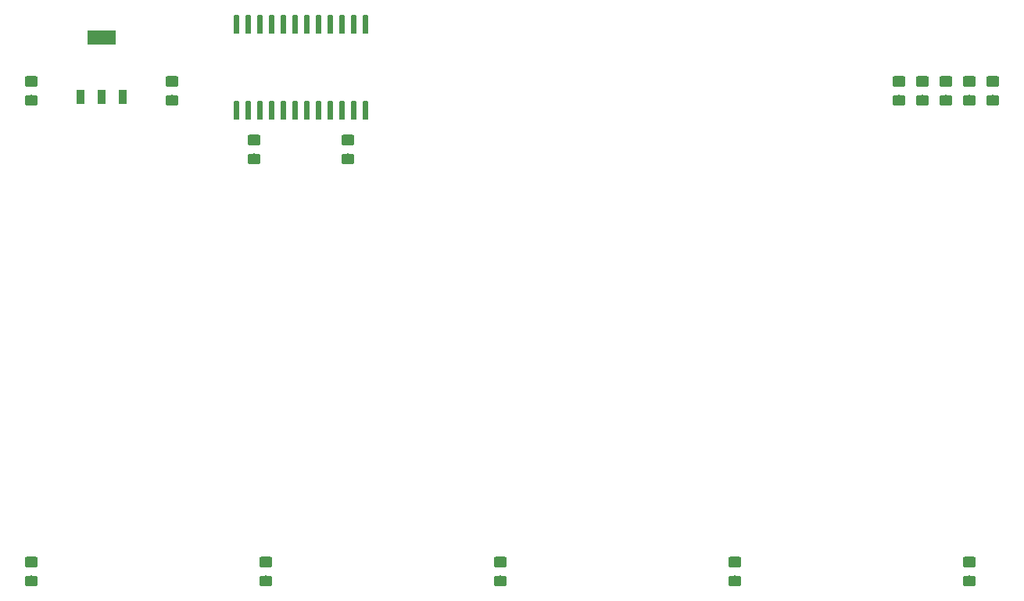
<source format=gtp>
G04 #@! TF.GenerationSoftware,KiCad,Pcbnew,(5.1.2-1)-1*
G04 #@! TF.CreationDate,2019-05-07T23:35:31-07:00*
G04 #@! TF.ProjectId,control_board,636f6e74-726f-46c5-9f62-6f6172642e6b,rev?*
G04 #@! TF.SameCoordinates,Original*
G04 #@! TF.FileFunction,Paste,Top*
G04 #@! TF.FilePolarity,Positive*
%FSLAX46Y46*%
G04 Gerber Fmt 4.6, Leading zero omitted, Abs format (unit mm)*
G04 Created by KiCad (PCBNEW (5.1.2-1)-1) date 2019-05-07 23:35:31*
%MOMM*%
%LPD*%
G04 APERTURE LIST*
%ADD10C,0.100000*%
%ADD11C,1.150000*%
%ADD12C,0.600000*%
%ADD13R,0.838200X1.600200*%
%ADD14R,3.048000X1.600200*%
G04 APERTURE END LIST*
D10*
G36*
X93184505Y-60141204D02*
G01*
X93208773Y-60144804D01*
X93232572Y-60150765D01*
X93255671Y-60159030D01*
X93277850Y-60169520D01*
X93298893Y-60182132D01*
X93318599Y-60196747D01*
X93336777Y-60213223D01*
X93353253Y-60231401D01*
X93367868Y-60251107D01*
X93380480Y-60272150D01*
X93390970Y-60294329D01*
X93399235Y-60317428D01*
X93405196Y-60341227D01*
X93408796Y-60365495D01*
X93410000Y-60389999D01*
X93410000Y-61040001D01*
X93408796Y-61064505D01*
X93405196Y-61088773D01*
X93399235Y-61112572D01*
X93390970Y-61135671D01*
X93380480Y-61157850D01*
X93367868Y-61178893D01*
X93353253Y-61198599D01*
X93336777Y-61216777D01*
X93318599Y-61233253D01*
X93298893Y-61247868D01*
X93277850Y-61260480D01*
X93255671Y-61270970D01*
X93232572Y-61279235D01*
X93208773Y-61285196D01*
X93184505Y-61288796D01*
X93160001Y-61290000D01*
X92259999Y-61290000D01*
X92235495Y-61288796D01*
X92211227Y-61285196D01*
X92187428Y-61279235D01*
X92164329Y-61270970D01*
X92142150Y-61260480D01*
X92121107Y-61247868D01*
X92101401Y-61233253D01*
X92083223Y-61216777D01*
X92066747Y-61198599D01*
X92052132Y-61178893D01*
X92039520Y-61157850D01*
X92029030Y-61135671D01*
X92020765Y-61112572D01*
X92014804Y-61088773D01*
X92011204Y-61064505D01*
X92010000Y-61040001D01*
X92010000Y-60389999D01*
X92011204Y-60365495D01*
X92014804Y-60341227D01*
X92020765Y-60317428D01*
X92029030Y-60294329D01*
X92039520Y-60272150D01*
X92052132Y-60251107D01*
X92066747Y-60231401D01*
X92083223Y-60213223D01*
X92101401Y-60196747D01*
X92121107Y-60182132D01*
X92142150Y-60169520D01*
X92164329Y-60159030D01*
X92187428Y-60150765D01*
X92211227Y-60144804D01*
X92235495Y-60141204D01*
X92259999Y-60140000D01*
X93160001Y-60140000D01*
X93184505Y-60141204D01*
X93184505Y-60141204D01*
G37*
D11*
X92710000Y-60715000D03*
D10*
G36*
X93184505Y-58091204D02*
G01*
X93208773Y-58094804D01*
X93232572Y-58100765D01*
X93255671Y-58109030D01*
X93277850Y-58119520D01*
X93298893Y-58132132D01*
X93318599Y-58146747D01*
X93336777Y-58163223D01*
X93353253Y-58181401D01*
X93367868Y-58201107D01*
X93380480Y-58222150D01*
X93390970Y-58244329D01*
X93399235Y-58267428D01*
X93405196Y-58291227D01*
X93408796Y-58315495D01*
X93410000Y-58339999D01*
X93410000Y-58990001D01*
X93408796Y-59014505D01*
X93405196Y-59038773D01*
X93399235Y-59062572D01*
X93390970Y-59085671D01*
X93380480Y-59107850D01*
X93367868Y-59128893D01*
X93353253Y-59148599D01*
X93336777Y-59166777D01*
X93318599Y-59183253D01*
X93298893Y-59197868D01*
X93277850Y-59210480D01*
X93255671Y-59220970D01*
X93232572Y-59229235D01*
X93208773Y-59235196D01*
X93184505Y-59238796D01*
X93160001Y-59240000D01*
X92259999Y-59240000D01*
X92235495Y-59238796D01*
X92211227Y-59235196D01*
X92187428Y-59229235D01*
X92164329Y-59220970D01*
X92142150Y-59210480D01*
X92121107Y-59197868D01*
X92101401Y-59183253D01*
X92083223Y-59166777D01*
X92066747Y-59148599D01*
X92052132Y-59128893D01*
X92039520Y-59107850D01*
X92029030Y-59085671D01*
X92020765Y-59062572D01*
X92014804Y-59038773D01*
X92011204Y-59014505D01*
X92010000Y-58990001D01*
X92010000Y-58339999D01*
X92011204Y-58315495D01*
X92014804Y-58291227D01*
X92020765Y-58267428D01*
X92029030Y-58244329D01*
X92039520Y-58222150D01*
X92052132Y-58201107D01*
X92066747Y-58181401D01*
X92083223Y-58163223D01*
X92101401Y-58146747D01*
X92121107Y-58132132D01*
X92142150Y-58119520D01*
X92164329Y-58109030D01*
X92187428Y-58100765D01*
X92211227Y-58094804D01*
X92235495Y-58091204D01*
X92259999Y-58090000D01*
X93160001Y-58090000D01*
X93184505Y-58091204D01*
X93184505Y-58091204D01*
G37*
D11*
X92710000Y-58665000D03*
D10*
G36*
X108424505Y-58091204D02*
G01*
X108448773Y-58094804D01*
X108472572Y-58100765D01*
X108495671Y-58109030D01*
X108517850Y-58119520D01*
X108538893Y-58132132D01*
X108558599Y-58146747D01*
X108576777Y-58163223D01*
X108593253Y-58181401D01*
X108607868Y-58201107D01*
X108620480Y-58222150D01*
X108630970Y-58244329D01*
X108639235Y-58267428D01*
X108645196Y-58291227D01*
X108648796Y-58315495D01*
X108650000Y-58339999D01*
X108650000Y-58990001D01*
X108648796Y-59014505D01*
X108645196Y-59038773D01*
X108639235Y-59062572D01*
X108630970Y-59085671D01*
X108620480Y-59107850D01*
X108607868Y-59128893D01*
X108593253Y-59148599D01*
X108576777Y-59166777D01*
X108558599Y-59183253D01*
X108538893Y-59197868D01*
X108517850Y-59210480D01*
X108495671Y-59220970D01*
X108472572Y-59229235D01*
X108448773Y-59235196D01*
X108424505Y-59238796D01*
X108400001Y-59240000D01*
X107499999Y-59240000D01*
X107475495Y-59238796D01*
X107451227Y-59235196D01*
X107427428Y-59229235D01*
X107404329Y-59220970D01*
X107382150Y-59210480D01*
X107361107Y-59197868D01*
X107341401Y-59183253D01*
X107323223Y-59166777D01*
X107306747Y-59148599D01*
X107292132Y-59128893D01*
X107279520Y-59107850D01*
X107269030Y-59085671D01*
X107260765Y-59062572D01*
X107254804Y-59038773D01*
X107251204Y-59014505D01*
X107250000Y-58990001D01*
X107250000Y-58339999D01*
X107251204Y-58315495D01*
X107254804Y-58291227D01*
X107260765Y-58267428D01*
X107269030Y-58244329D01*
X107279520Y-58222150D01*
X107292132Y-58201107D01*
X107306747Y-58181401D01*
X107323223Y-58163223D01*
X107341401Y-58146747D01*
X107361107Y-58132132D01*
X107382150Y-58119520D01*
X107404329Y-58109030D01*
X107427428Y-58100765D01*
X107451227Y-58094804D01*
X107475495Y-58091204D01*
X107499999Y-58090000D01*
X108400001Y-58090000D01*
X108424505Y-58091204D01*
X108424505Y-58091204D01*
G37*
D11*
X107950000Y-58665000D03*
D10*
G36*
X108424505Y-60141204D02*
G01*
X108448773Y-60144804D01*
X108472572Y-60150765D01*
X108495671Y-60159030D01*
X108517850Y-60169520D01*
X108538893Y-60182132D01*
X108558599Y-60196747D01*
X108576777Y-60213223D01*
X108593253Y-60231401D01*
X108607868Y-60251107D01*
X108620480Y-60272150D01*
X108630970Y-60294329D01*
X108639235Y-60317428D01*
X108645196Y-60341227D01*
X108648796Y-60365495D01*
X108650000Y-60389999D01*
X108650000Y-61040001D01*
X108648796Y-61064505D01*
X108645196Y-61088773D01*
X108639235Y-61112572D01*
X108630970Y-61135671D01*
X108620480Y-61157850D01*
X108607868Y-61178893D01*
X108593253Y-61198599D01*
X108576777Y-61216777D01*
X108558599Y-61233253D01*
X108538893Y-61247868D01*
X108517850Y-61260480D01*
X108495671Y-61270970D01*
X108472572Y-61279235D01*
X108448773Y-61285196D01*
X108424505Y-61288796D01*
X108400001Y-61290000D01*
X107499999Y-61290000D01*
X107475495Y-61288796D01*
X107451227Y-61285196D01*
X107427428Y-61279235D01*
X107404329Y-61270970D01*
X107382150Y-61260480D01*
X107361107Y-61247868D01*
X107341401Y-61233253D01*
X107323223Y-61216777D01*
X107306747Y-61198599D01*
X107292132Y-61178893D01*
X107279520Y-61157850D01*
X107269030Y-61135671D01*
X107260765Y-61112572D01*
X107254804Y-61088773D01*
X107251204Y-61064505D01*
X107250000Y-61040001D01*
X107250000Y-60389999D01*
X107251204Y-60365495D01*
X107254804Y-60341227D01*
X107260765Y-60317428D01*
X107269030Y-60294329D01*
X107279520Y-60272150D01*
X107292132Y-60251107D01*
X107306747Y-60231401D01*
X107323223Y-60213223D01*
X107341401Y-60196747D01*
X107361107Y-60182132D01*
X107382150Y-60169520D01*
X107404329Y-60159030D01*
X107427428Y-60150765D01*
X107451227Y-60144804D01*
X107475495Y-60141204D01*
X107499999Y-60140000D01*
X108400001Y-60140000D01*
X108424505Y-60141204D01*
X108424505Y-60141204D01*
G37*
D11*
X107950000Y-60715000D03*
D10*
G36*
X127474505Y-66491204D02*
G01*
X127498773Y-66494804D01*
X127522572Y-66500765D01*
X127545671Y-66509030D01*
X127567850Y-66519520D01*
X127588893Y-66532132D01*
X127608599Y-66546747D01*
X127626777Y-66563223D01*
X127643253Y-66581401D01*
X127657868Y-66601107D01*
X127670480Y-66622150D01*
X127680970Y-66644329D01*
X127689235Y-66667428D01*
X127695196Y-66691227D01*
X127698796Y-66715495D01*
X127700000Y-66739999D01*
X127700000Y-67390001D01*
X127698796Y-67414505D01*
X127695196Y-67438773D01*
X127689235Y-67462572D01*
X127680970Y-67485671D01*
X127670480Y-67507850D01*
X127657868Y-67528893D01*
X127643253Y-67548599D01*
X127626777Y-67566777D01*
X127608599Y-67583253D01*
X127588893Y-67597868D01*
X127567850Y-67610480D01*
X127545671Y-67620970D01*
X127522572Y-67629235D01*
X127498773Y-67635196D01*
X127474505Y-67638796D01*
X127450001Y-67640000D01*
X126549999Y-67640000D01*
X126525495Y-67638796D01*
X126501227Y-67635196D01*
X126477428Y-67629235D01*
X126454329Y-67620970D01*
X126432150Y-67610480D01*
X126411107Y-67597868D01*
X126391401Y-67583253D01*
X126373223Y-67566777D01*
X126356747Y-67548599D01*
X126342132Y-67528893D01*
X126329520Y-67507850D01*
X126319030Y-67485671D01*
X126310765Y-67462572D01*
X126304804Y-67438773D01*
X126301204Y-67414505D01*
X126300000Y-67390001D01*
X126300000Y-66739999D01*
X126301204Y-66715495D01*
X126304804Y-66691227D01*
X126310765Y-66667428D01*
X126319030Y-66644329D01*
X126329520Y-66622150D01*
X126342132Y-66601107D01*
X126356747Y-66581401D01*
X126373223Y-66563223D01*
X126391401Y-66546747D01*
X126411107Y-66532132D01*
X126432150Y-66519520D01*
X126454329Y-66509030D01*
X126477428Y-66500765D01*
X126501227Y-66494804D01*
X126525495Y-66491204D01*
X126549999Y-66490000D01*
X127450001Y-66490000D01*
X127474505Y-66491204D01*
X127474505Y-66491204D01*
G37*
D11*
X127000000Y-67065000D03*
D10*
G36*
X127474505Y-64441204D02*
G01*
X127498773Y-64444804D01*
X127522572Y-64450765D01*
X127545671Y-64459030D01*
X127567850Y-64469520D01*
X127588893Y-64482132D01*
X127608599Y-64496747D01*
X127626777Y-64513223D01*
X127643253Y-64531401D01*
X127657868Y-64551107D01*
X127670480Y-64572150D01*
X127680970Y-64594329D01*
X127689235Y-64617428D01*
X127695196Y-64641227D01*
X127698796Y-64665495D01*
X127700000Y-64689999D01*
X127700000Y-65340001D01*
X127698796Y-65364505D01*
X127695196Y-65388773D01*
X127689235Y-65412572D01*
X127680970Y-65435671D01*
X127670480Y-65457850D01*
X127657868Y-65478893D01*
X127643253Y-65498599D01*
X127626777Y-65516777D01*
X127608599Y-65533253D01*
X127588893Y-65547868D01*
X127567850Y-65560480D01*
X127545671Y-65570970D01*
X127522572Y-65579235D01*
X127498773Y-65585196D01*
X127474505Y-65588796D01*
X127450001Y-65590000D01*
X126549999Y-65590000D01*
X126525495Y-65588796D01*
X126501227Y-65585196D01*
X126477428Y-65579235D01*
X126454329Y-65570970D01*
X126432150Y-65560480D01*
X126411107Y-65547868D01*
X126391401Y-65533253D01*
X126373223Y-65516777D01*
X126356747Y-65498599D01*
X126342132Y-65478893D01*
X126329520Y-65457850D01*
X126319030Y-65435671D01*
X126310765Y-65412572D01*
X126304804Y-65388773D01*
X126301204Y-65364505D01*
X126300000Y-65340001D01*
X126300000Y-64689999D01*
X126301204Y-64665495D01*
X126304804Y-64641227D01*
X126310765Y-64617428D01*
X126319030Y-64594329D01*
X126329520Y-64572150D01*
X126342132Y-64551107D01*
X126356747Y-64531401D01*
X126373223Y-64513223D01*
X126391401Y-64496747D01*
X126411107Y-64482132D01*
X126432150Y-64469520D01*
X126454329Y-64459030D01*
X126477428Y-64450765D01*
X126501227Y-64444804D01*
X126525495Y-64441204D01*
X126549999Y-64440000D01*
X127450001Y-64440000D01*
X127474505Y-64441204D01*
X127474505Y-64441204D01*
G37*
D11*
X127000000Y-65015000D03*
D10*
G36*
X197324505Y-60141204D02*
G01*
X197348773Y-60144804D01*
X197372572Y-60150765D01*
X197395671Y-60159030D01*
X197417850Y-60169520D01*
X197438893Y-60182132D01*
X197458599Y-60196747D01*
X197476777Y-60213223D01*
X197493253Y-60231401D01*
X197507868Y-60251107D01*
X197520480Y-60272150D01*
X197530970Y-60294329D01*
X197539235Y-60317428D01*
X197545196Y-60341227D01*
X197548796Y-60365495D01*
X197550000Y-60389999D01*
X197550000Y-61040001D01*
X197548796Y-61064505D01*
X197545196Y-61088773D01*
X197539235Y-61112572D01*
X197530970Y-61135671D01*
X197520480Y-61157850D01*
X197507868Y-61178893D01*
X197493253Y-61198599D01*
X197476777Y-61216777D01*
X197458599Y-61233253D01*
X197438893Y-61247868D01*
X197417850Y-61260480D01*
X197395671Y-61270970D01*
X197372572Y-61279235D01*
X197348773Y-61285196D01*
X197324505Y-61288796D01*
X197300001Y-61290000D01*
X196399999Y-61290000D01*
X196375495Y-61288796D01*
X196351227Y-61285196D01*
X196327428Y-61279235D01*
X196304329Y-61270970D01*
X196282150Y-61260480D01*
X196261107Y-61247868D01*
X196241401Y-61233253D01*
X196223223Y-61216777D01*
X196206747Y-61198599D01*
X196192132Y-61178893D01*
X196179520Y-61157850D01*
X196169030Y-61135671D01*
X196160765Y-61112572D01*
X196154804Y-61088773D01*
X196151204Y-61064505D01*
X196150000Y-61040001D01*
X196150000Y-60389999D01*
X196151204Y-60365495D01*
X196154804Y-60341227D01*
X196160765Y-60317428D01*
X196169030Y-60294329D01*
X196179520Y-60272150D01*
X196192132Y-60251107D01*
X196206747Y-60231401D01*
X196223223Y-60213223D01*
X196241401Y-60196747D01*
X196261107Y-60182132D01*
X196282150Y-60169520D01*
X196304329Y-60159030D01*
X196327428Y-60150765D01*
X196351227Y-60144804D01*
X196375495Y-60141204D01*
X196399999Y-60140000D01*
X197300001Y-60140000D01*
X197324505Y-60141204D01*
X197324505Y-60141204D01*
G37*
D11*
X196850000Y-60715000D03*
D10*
G36*
X197324505Y-58091204D02*
G01*
X197348773Y-58094804D01*
X197372572Y-58100765D01*
X197395671Y-58109030D01*
X197417850Y-58119520D01*
X197438893Y-58132132D01*
X197458599Y-58146747D01*
X197476777Y-58163223D01*
X197493253Y-58181401D01*
X197507868Y-58201107D01*
X197520480Y-58222150D01*
X197530970Y-58244329D01*
X197539235Y-58267428D01*
X197545196Y-58291227D01*
X197548796Y-58315495D01*
X197550000Y-58339999D01*
X197550000Y-58990001D01*
X197548796Y-59014505D01*
X197545196Y-59038773D01*
X197539235Y-59062572D01*
X197530970Y-59085671D01*
X197520480Y-59107850D01*
X197507868Y-59128893D01*
X197493253Y-59148599D01*
X197476777Y-59166777D01*
X197458599Y-59183253D01*
X197438893Y-59197868D01*
X197417850Y-59210480D01*
X197395671Y-59220970D01*
X197372572Y-59229235D01*
X197348773Y-59235196D01*
X197324505Y-59238796D01*
X197300001Y-59240000D01*
X196399999Y-59240000D01*
X196375495Y-59238796D01*
X196351227Y-59235196D01*
X196327428Y-59229235D01*
X196304329Y-59220970D01*
X196282150Y-59210480D01*
X196261107Y-59197868D01*
X196241401Y-59183253D01*
X196223223Y-59166777D01*
X196206747Y-59148599D01*
X196192132Y-59128893D01*
X196179520Y-59107850D01*
X196169030Y-59085671D01*
X196160765Y-59062572D01*
X196154804Y-59038773D01*
X196151204Y-59014505D01*
X196150000Y-58990001D01*
X196150000Y-58339999D01*
X196151204Y-58315495D01*
X196154804Y-58291227D01*
X196160765Y-58267428D01*
X196169030Y-58244329D01*
X196179520Y-58222150D01*
X196192132Y-58201107D01*
X196206747Y-58181401D01*
X196223223Y-58163223D01*
X196241401Y-58146747D01*
X196261107Y-58132132D01*
X196282150Y-58119520D01*
X196304329Y-58109030D01*
X196327428Y-58100765D01*
X196351227Y-58094804D01*
X196375495Y-58091204D01*
X196399999Y-58090000D01*
X197300001Y-58090000D01*
X197324505Y-58091204D01*
X197324505Y-58091204D01*
G37*
D11*
X196850000Y-58665000D03*
D10*
G36*
X194784505Y-110161204D02*
G01*
X194808773Y-110164804D01*
X194832572Y-110170765D01*
X194855671Y-110179030D01*
X194877850Y-110189520D01*
X194898893Y-110202132D01*
X194918599Y-110216747D01*
X194936777Y-110233223D01*
X194953253Y-110251401D01*
X194967868Y-110271107D01*
X194980480Y-110292150D01*
X194990970Y-110314329D01*
X194999235Y-110337428D01*
X195005196Y-110361227D01*
X195008796Y-110385495D01*
X195010000Y-110409999D01*
X195010000Y-111060001D01*
X195008796Y-111084505D01*
X195005196Y-111108773D01*
X194999235Y-111132572D01*
X194990970Y-111155671D01*
X194980480Y-111177850D01*
X194967868Y-111198893D01*
X194953253Y-111218599D01*
X194936777Y-111236777D01*
X194918599Y-111253253D01*
X194898893Y-111267868D01*
X194877850Y-111280480D01*
X194855671Y-111290970D01*
X194832572Y-111299235D01*
X194808773Y-111305196D01*
X194784505Y-111308796D01*
X194760001Y-111310000D01*
X193859999Y-111310000D01*
X193835495Y-111308796D01*
X193811227Y-111305196D01*
X193787428Y-111299235D01*
X193764329Y-111290970D01*
X193742150Y-111280480D01*
X193721107Y-111267868D01*
X193701401Y-111253253D01*
X193683223Y-111236777D01*
X193666747Y-111218599D01*
X193652132Y-111198893D01*
X193639520Y-111177850D01*
X193629030Y-111155671D01*
X193620765Y-111132572D01*
X193614804Y-111108773D01*
X193611204Y-111084505D01*
X193610000Y-111060001D01*
X193610000Y-110409999D01*
X193611204Y-110385495D01*
X193614804Y-110361227D01*
X193620765Y-110337428D01*
X193629030Y-110314329D01*
X193639520Y-110292150D01*
X193652132Y-110271107D01*
X193666747Y-110251401D01*
X193683223Y-110233223D01*
X193701401Y-110216747D01*
X193721107Y-110202132D01*
X193742150Y-110189520D01*
X193764329Y-110179030D01*
X193787428Y-110170765D01*
X193811227Y-110164804D01*
X193835495Y-110161204D01*
X193859999Y-110160000D01*
X194760001Y-110160000D01*
X194784505Y-110161204D01*
X194784505Y-110161204D01*
G37*
D11*
X194310000Y-110735000D03*
D10*
G36*
X194784505Y-112211204D02*
G01*
X194808773Y-112214804D01*
X194832572Y-112220765D01*
X194855671Y-112229030D01*
X194877850Y-112239520D01*
X194898893Y-112252132D01*
X194918599Y-112266747D01*
X194936777Y-112283223D01*
X194953253Y-112301401D01*
X194967868Y-112321107D01*
X194980480Y-112342150D01*
X194990970Y-112364329D01*
X194999235Y-112387428D01*
X195005196Y-112411227D01*
X195008796Y-112435495D01*
X195010000Y-112459999D01*
X195010000Y-113110001D01*
X195008796Y-113134505D01*
X195005196Y-113158773D01*
X194999235Y-113182572D01*
X194990970Y-113205671D01*
X194980480Y-113227850D01*
X194967868Y-113248893D01*
X194953253Y-113268599D01*
X194936777Y-113286777D01*
X194918599Y-113303253D01*
X194898893Y-113317868D01*
X194877850Y-113330480D01*
X194855671Y-113340970D01*
X194832572Y-113349235D01*
X194808773Y-113355196D01*
X194784505Y-113358796D01*
X194760001Y-113360000D01*
X193859999Y-113360000D01*
X193835495Y-113358796D01*
X193811227Y-113355196D01*
X193787428Y-113349235D01*
X193764329Y-113340970D01*
X193742150Y-113330480D01*
X193721107Y-113317868D01*
X193701401Y-113303253D01*
X193683223Y-113286777D01*
X193666747Y-113268599D01*
X193652132Y-113248893D01*
X193639520Y-113227850D01*
X193629030Y-113205671D01*
X193620765Y-113182572D01*
X193614804Y-113158773D01*
X193611204Y-113134505D01*
X193610000Y-113110001D01*
X193610000Y-112459999D01*
X193611204Y-112435495D01*
X193614804Y-112411227D01*
X193620765Y-112387428D01*
X193629030Y-112364329D01*
X193639520Y-112342150D01*
X193652132Y-112321107D01*
X193666747Y-112301401D01*
X193683223Y-112283223D01*
X193701401Y-112266747D01*
X193721107Y-112252132D01*
X193742150Y-112239520D01*
X193764329Y-112229030D01*
X193787428Y-112220765D01*
X193811227Y-112214804D01*
X193835495Y-112211204D01*
X193859999Y-112210000D01*
X194760001Y-112210000D01*
X194784505Y-112211204D01*
X194784505Y-112211204D01*
G37*
D11*
X194310000Y-112785000D03*
D10*
G36*
X194784505Y-60141204D02*
G01*
X194808773Y-60144804D01*
X194832572Y-60150765D01*
X194855671Y-60159030D01*
X194877850Y-60169520D01*
X194898893Y-60182132D01*
X194918599Y-60196747D01*
X194936777Y-60213223D01*
X194953253Y-60231401D01*
X194967868Y-60251107D01*
X194980480Y-60272150D01*
X194990970Y-60294329D01*
X194999235Y-60317428D01*
X195005196Y-60341227D01*
X195008796Y-60365495D01*
X195010000Y-60389999D01*
X195010000Y-61040001D01*
X195008796Y-61064505D01*
X195005196Y-61088773D01*
X194999235Y-61112572D01*
X194990970Y-61135671D01*
X194980480Y-61157850D01*
X194967868Y-61178893D01*
X194953253Y-61198599D01*
X194936777Y-61216777D01*
X194918599Y-61233253D01*
X194898893Y-61247868D01*
X194877850Y-61260480D01*
X194855671Y-61270970D01*
X194832572Y-61279235D01*
X194808773Y-61285196D01*
X194784505Y-61288796D01*
X194760001Y-61290000D01*
X193859999Y-61290000D01*
X193835495Y-61288796D01*
X193811227Y-61285196D01*
X193787428Y-61279235D01*
X193764329Y-61270970D01*
X193742150Y-61260480D01*
X193721107Y-61247868D01*
X193701401Y-61233253D01*
X193683223Y-61216777D01*
X193666747Y-61198599D01*
X193652132Y-61178893D01*
X193639520Y-61157850D01*
X193629030Y-61135671D01*
X193620765Y-61112572D01*
X193614804Y-61088773D01*
X193611204Y-61064505D01*
X193610000Y-61040001D01*
X193610000Y-60389999D01*
X193611204Y-60365495D01*
X193614804Y-60341227D01*
X193620765Y-60317428D01*
X193629030Y-60294329D01*
X193639520Y-60272150D01*
X193652132Y-60251107D01*
X193666747Y-60231401D01*
X193683223Y-60213223D01*
X193701401Y-60196747D01*
X193721107Y-60182132D01*
X193742150Y-60169520D01*
X193764329Y-60159030D01*
X193787428Y-60150765D01*
X193811227Y-60144804D01*
X193835495Y-60141204D01*
X193859999Y-60140000D01*
X194760001Y-60140000D01*
X194784505Y-60141204D01*
X194784505Y-60141204D01*
G37*
D11*
X194310000Y-60715000D03*
D10*
G36*
X194784505Y-58091204D02*
G01*
X194808773Y-58094804D01*
X194832572Y-58100765D01*
X194855671Y-58109030D01*
X194877850Y-58119520D01*
X194898893Y-58132132D01*
X194918599Y-58146747D01*
X194936777Y-58163223D01*
X194953253Y-58181401D01*
X194967868Y-58201107D01*
X194980480Y-58222150D01*
X194990970Y-58244329D01*
X194999235Y-58267428D01*
X195005196Y-58291227D01*
X195008796Y-58315495D01*
X195010000Y-58339999D01*
X195010000Y-58990001D01*
X195008796Y-59014505D01*
X195005196Y-59038773D01*
X194999235Y-59062572D01*
X194990970Y-59085671D01*
X194980480Y-59107850D01*
X194967868Y-59128893D01*
X194953253Y-59148599D01*
X194936777Y-59166777D01*
X194918599Y-59183253D01*
X194898893Y-59197868D01*
X194877850Y-59210480D01*
X194855671Y-59220970D01*
X194832572Y-59229235D01*
X194808773Y-59235196D01*
X194784505Y-59238796D01*
X194760001Y-59240000D01*
X193859999Y-59240000D01*
X193835495Y-59238796D01*
X193811227Y-59235196D01*
X193787428Y-59229235D01*
X193764329Y-59220970D01*
X193742150Y-59210480D01*
X193721107Y-59197868D01*
X193701401Y-59183253D01*
X193683223Y-59166777D01*
X193666747Y-59148599D01*
X193652132Y-59128893D01*
X193639520Y-59107850D01*
X193629030Y-59085671D01*
X193620765Y-59062572D01*
X193614804Y-59038773D01*
X193611204Y-59014505D01*
X193610000Y-58990001D01*
X193610000Y-58339999D01*
X193611204Y-58315495D01*
X193614804Y-58291227D01*
X193620765Y-58267428D01*
X193629030Y-58244329D01*
X193639520Y-58222150D01*
X193652132Y-58201107D01*
X193666747Y-58181401D01*
X193683223Y-58163223D01*
X193701401Y-58146747D01*
X193721107Y-58132132D01*
X193742150Y-58119520D01*
X193764329Y-58109030D01*
X193787428Y-58100765D01*
X193811227Y-58094804D01*
X193835495Y-58091204D01*
X193859999Y-58090000D01*
X194760001Y-58090000D01*
X194784505Y-58091204D01*
X194784505Y-58091204D01*
G37*
D11*
X194310000Y-58665000D03*
D10*
G36*
X169384505Y-110161204D02*
G01*
X169408773Y-110164804D01*
X169432572Y-110170765D01*
X169455671Y-110179030D01*
X169477850Y-110189520D01*
X169498893Y-110202132D01*
X169518599Y-110216747D01*
X169536777Y-110233223D01*
X169553253Y-110251401D01*
X169567868Y-110271107D01*
X169580480Y-110292150D01*
X169590970Y-110314329D01*
X169599235Y-110337428D01*
X169605196Y-110361227D01*
X169608796Y-110385495D01*
X169610000Y-110409999D01*
X169610000Y-111060001D01*
X169608796Y-111084505D01*
X169605196Y-111108773D01*
X169599235Y-111132572D01*
X169590970Y-111155671D01*
X169580480Y-111177850D01*
X169567868Y-111198893D01*
X169553253Y-111218599D01*
X169536777Y-111236777D01*
X169518599Y-111253253D01*
X169498893Y-111267868D01*
X169477850Y-111280480D01*
X169455671Y-111290970D01*
X169432572Y-111299235D01*
X169408773Y-111305196D01*
X169384505Y-111308796D01*
X169360001Y-111310000D01*
X168459999Y-111310000D01*
X168435495Y-111308796D01*
X168411227Y-111305196D01*
X168387428Y-111299235D01*
X168364329Y-111290970D01*
X168342150Y-111280480D01*
X168321107Y-111267868D01*
X168301401Y-111253253D01*
X168283223Y-111236777D01*
X168266747Y-111218599D01*
X168252132Y-111198893D01*
X168239520Y-111177850D01*
X168229030Y-111155671D01*
X168220765Y-111132572D01*
X168214804Y-111108773D01*
X168211204Y-111084505D01*
X168210000Y-111060001D01*
X168210000Y-110409999D01*
X168211204Y-110385495D01*
X168214804Y-110361227D01*
X168220765Y-110337428D01*
X168229030Y-110314329D01*
X168239520Y-110292150D01*
X168252132Y-110271107D01*
X168266747Y-110251401D01*
X168283223Y-110233223D01*
X168301401Y-110216747D01*
X168321107Y-110202132D01*
X168342150Y-110189520D01*
X168364329Y-110179030D01*
X168387428Y-110170765D01*
X168411227Y-110164804D01*
X168435495Y-110161204D01*
X168459999Y-110160000D01*
X169360001Y-110160000D01*
X169384505Y-110161204D01*
X169384505Y-110161204D01*
G37*
D11*
X168910000Y-110735000D03*
D10*
G36*
X169384505Y-112211204D02*
G01*
X169408773Y-112214804D01*
X169432572Y-112220765D01*
X169455671Y-112229030D01*
X169477850Y-112239520D01*
X169498893Y-112252132D01*
X169518599Y-112266747D01*
X169536777Y-112283223D01*
X169553253Y-112301401D01*
X169567868Y-112321107D01*
X169580480Y-112342150D01*
X169590970Y-112364329D01*
X169599235Y-112387428D01*
X169605196Y-112411227D01*
X169608796Y-112435495D01*
X169610000Y-112459999D01*
X169610000Y-113110001D01*
X169608796Y-113134505D01*
X169605196Y-113158773D01*
X169599235Y-113182572D01*
X169590970Y-113205671D01*
X169580480Y-113227850D01*
X169567868Y-113248893D01*
X169553253Y-113268599D01*
X169536777Y-113286777D01*
X169518599Y-113303253D01*
X169498893Y-113317868D01*
X169477850Y-113330480D01*
X169455671Y-113340970D01*
X169432572Y-113349235D01*
X169408773Y-113355196D01*
X169384505Y-113358796D01*
X169360001Y-113360000D01*
X168459999Y-113360000D01*
X168435495Y-113358796D01*
X168411227Y-113355196D01*
X168387428Y-113349235D01*
X168364329Y-113340970D01*
X168342150Y-113330480D01*
X168321107Y-113317868D01*
X168301401Y-113303253D01*
X168283223Y-113286777D01*
X168266747Y-113268599D01*
X168252132Y-113248893D01*
X168239520Y-113227850D01*
X168229030Y-113205671D01*
X168220765Y-113182572D01*
X168214804Y-113158773D01*
X168211204Y-113134505D01*
X168210000Y-113110001D01*
X168210000Y-112459999D01*
X168211204Y-112435495D01*
X168214804Y-112411227D01*
X168220765Y-112387428D01*
X168229030Y-112364329D01*
X168239520Y-112342150D01*
X168252132Y-112321107D01*
X168266747Y-112301401D01*
X168283223Y-112283223D01*
X168301401Y-112266747D01*
X168321107Y-112252132D01*
X168342150Y-112239520D01*
X168364329Y-112229030D01*
X168387428Y-112220765D01*
X168411227Y-112214804D01*
X168435495Y-112211204D01*
X168459999Y-112210000D01*
X169360001Y-112210000D01*
X169384505Y-112211204D01*
X169384505Y-112211204D01*
G37*
D11*
X168910000Y-112785000D03*
D10*
G36*
X192244505Y-60141204D02*
G01*
X192268773Y-60144804D01*
X192292572Y-60150765D01*
X192315671Y-60159030D01*
X192337850Y-60169520D01*
X192358893Y-60182132D01*
X192378599Y-60196747D01*
X192396777Y-60213223D01*
X192413253Y-60231401D01*
X192427868Y-60251107D01*
X192440480Y-60272150D01*
X192450970Y-60294329D01*
X192459235Y-60317428D01*
X192465196Y-60341227D01*
X192468796Y-60365495D01*
X192470000Y-60389999D01*
X192470000Y-61040001D01*
X192468796Y-61064505D01*
X192465196Y-61088773D01*
X192459235Y-61112572D01*
X192450970Y-61135671D01*
X192440480Y-61157850D01*
X192427868Y-61178893D01*
X192413253Y-61198599D01*
X192396777Y-61216777D01*
X192378599Y-61233253D01*
X192358893Y-61247868D01*
X192337850Y-61260480D01*
X192315671Y-61270970D01*
X192292572Y-61279235D01*
X192268773Y-61285196D01*
X192244505Y-61288796D01*
X192220001Y-61290000D01*
X191319999Y-61290000D01*
X191295495Y-61288796D01*
X191271227Y-61285196D01*
X191247428Y-61279235D01*
X191224329Y-61270970D01*
X191202150Y-61260480D01*
X191181107Y-61247868D01*
X191161401Y-61233253D01*
X191143223Y-61216777D01*
X191126747Y-61198599D01*
X191112132Y-61178893D01*
X191099520Y-61157850D01*
X191089030Y-61135671D01*
X191080765Y-61112572D01*
X191074804Y-61088773D01*
X191071204Y-61064505D01*
X191070000Y-61040001D01*
X191070000Y-60389999D01*
X191071204Y-60365495D01*
X191074804Y-60341227D01*
X191080765Y-60317428D01*
X191089030Y-60294329D01*
X191099520Y-60272150D01*
X191112132Y-60251107D01*
X191126747Y-60231401D01*
X191143223Y-60213223D01*
X191161401Y-60196747D01*
X191181107Y-60182132D01*
X191202150Y-60169520D01*
X191224329Y-60159030D01*
X191247428Y-60150765D01*
X191271227Y-60144804D01*
X191295495Y-60141204D01*
X191319999Y-60140000D01*
X192220001Y-60140000D01*
X192244505Y-60141204D01*
X192244505Y-60141204D01*
G37*
D11*
X191770000Y-60715000D03*
D10*
G36*
X192244505Y-58091204D02*
G01*
X192268773Y-58094804D01*
X192292572Y-58100765D01*
X192315671Y-58109030D01*
X192337850Y-58119520D01*
X192358893Y-58132132D01*
X192378599Y-58146747D01*
X192396777Y-58163223D01*
X192413253Y-58181401D01*
X192427868Y-58201107D01*
X192440480Y-58222150D01*
X192450970Y-58244329D01*
X192459235Y-58267428D01*
X192465196Y-58291227D01*
X192468796Y-58315495D01*
X192470000Y-58339999D01*
X192470000Y-58990001D01*
X192468796Y-59014505D01*
X192465196Y-59038773D01*
X192459235Y-59062572D01*
X192450970Y-59085671D01*
X192440480Y-59107850D01*
X192427868Y-59128893D01*
X192413253Y-59148599D01*
X192396777Y-59166777D01*
X192378599Y-59183253D01*
X192358893Y-59197868D01*
X192337850Y-59210480D01*
X192315671Y-59220970D01*
X192292572Y-59229235D01*
X192268773Y-59235196D01*
X192244505Y-59238796D01*
X192220001Y-59240000D01*
X191319999Y-59240000D01*
X191295495Y-59238796D01*
X191271227Y-59235196D01*
X191247428Y-59229235D01*
X191224329Y-59220970D01*
X191202150Y-59210480D01*
X191181107Y-59197868D01*
X191161401Y-59183253D01*
X191143223Y-59166777D01*
X191126747Y-59148599D01*
X191112132Y-59128893D01*
X191099520Y-59107850D01*
X191089030Y-59085671D01*
X191080765Y-59062572D01*
X191074804Y-59038773D01*
X191071204Y-59014505D01*
X191070000Y-58990001D01*
X191070000Y-58339999D01*
X191071204Y-58315495D01*
X191074804Y-58291227D01*
X191080765Y-58267428D01*
X191089030Y-58244329D01*
X191099520Y-58222150D01*
X191112132Y-58201107D01*
X191126747Y-58181401D01*
X191143223Y-58163223D01*
X191161401Y-58146747D01*
X191181107Y-58132132D01*
X191202150Y-58119520D01*
X191224329Y-58109030D01*
X191247428Y-58100765D01*
X191271227Y-58094804D01*
X191295495Y-58091204D01*
X191319999Y-58090000D01*
X192220001Y-58090000D01*
X192244505Y-58091204D01*
X192244505Y-58091204D01*
G37*
D11*
X191770000Y-58665000D03*
D10*
G36*
X143984505Y-110161204D02*
G01*
X144008773Y-110164804D01*
X144032572Y-110170765D01*
X144055671Y-110179030D01*
X144077850Y-110189520D01*
X144098893Y-110202132D01*
X144118599Y-110216747D01*
X144136777Y-110233223D01*
X144153253Y-110251401D01*
X144167868Y-110271107D01*
X144180480Y-110292150D01*
X144190970Y-110314329D01*
X144199235Y-110337428D01*
X144205196Y-110361227D01*
X144208796Y-110385495D01*
X144210000Y-110409999D01*
X144210000Y-111060001D01*
X144208796Y-111084505D01*
X144205196Y-111108773D01*
X144199235Y-111132572D01*
X144190970Y-111155671D01*
X144180480Y-111177850D01*
X144167868Y-111198893D01*
X144153253Y-111218599D01*
X144136777Y-111236777D01*
X144118599Y-111253253D01*
X144098893Y-111267868D01*
X144077850Y-111280480D01*
X144055671Y-111290970D01*
X144032572Y-111299235D01*
X144008773Y-111305196D01*
X143984505Y-111308796D01*
X143960001Y-111310000D01*
X143059999Y-111310000D01*
X143035495Y-111308796D01*
X143011227Y-111305196D01*
X142987428Y-111299235D01*
X142964329Y-111290970D01*
X142942150Y-111280480D01*
X142921107Y-111267868D01*
X142901401Y-111253253D01*
X142883223Y-111236777D01*
X142866747Y-111218599D01*
X142852132Y-111198893D01*
X142839520Y-111177850D01*
X142829030Y-111155671D01*
X142820765Y-111132572D01*
X142814804Y-111108773D01*
X142811204Y-111084505D01*
X142810000Y-111060001D01*
X142810000Y-110409999D01*
X142811204Y-110385495D01*
X142814804Y-110361227D01*
X142820765Y-110337428D01*
X142829030Y-110314329D01*
X142839520Y-110292150D01*
X142852132Y-110271107D01*
X142866747Y-110251401D01*
X142883223Y-110233223D01*
X142901401Y-110216747D01*
X142921107Y-110202132D01*
X142942150Y-110189520D01*
X142964329Y-110179030D01*
X142987428Y-110170765D01*
X143011227Y-110164804D01*
X143035495Y-110161204D01*
X143059999Y-110160000D01*
X143960001Y-110160000D01*
X143984505Y-110161204D01*
X143984505Y-110161204D01*
G37*
D11*
X143510000Y-110735000D03*
D10*
G36*
X143984505Y-112211204D02*
G01*
X144008773Y-112214804D01*
X144032572Y-112220765D01*
X144055671Y-112229030D01*
X144077850Y-112239520D01*
X144098893Y-112252132D01*
X144118599Y-112266747D01*
X144136777Y-112283223D01*
X144153253Y-112301401D01*
X144167868Y-112321107D01*
X144180480Y-112342150D01*
X144190970Y-112364329D01*
X144199235Y-112387428D01*
X144205196Y-112411227D01*
X144208796Y-112435495D01*
X144210000Y-112459999D01*
X144210000Y-113110001D01*
X144208796Y-113134505D01*
X144205196Y-113158773D01*
X144199235Y-113182572D01*
X144190970Y-113205671D01*
X144180480Y-113227850D01*
X144167868Y-113248893D01*
X144153253Y-113268599D01*
X144136777Y-113286777D01*
X144118599Y-113303253D01*
X144098893Y-113317868D01*
X144077850Y-113330480D01*
X144055671Y-113340970D01*
X144032572Y-113349235D01*
X144008773Y-113355196D01*
X143984505Y-113358796D01*
X143960001Y-113360000D01*
X143059999Y-113360000D01*
X143035495Y-113358796D01*
X143011227Y-113355196D01*
X142987428Y-113349235D01*
X142964329Y-113340970D01*
X142942150Y-113330480D01*
X142921107Y-113317868D01*
X142901401Y-113303253D01*
X142883223Y-113286777D01*
X142866747Y-113268599D01*
X142852132Y-113248893D01*
X142839520Y-113227850D01*
X142829030Y-113205671D01*
X142820765Y-113182572D01*
X142814804Y-113158773D01*
X142811204Y-113134505D01*
X142810000Y-113110001D01*
X142810000Y-112459999D01*
X142811204Y-112435495D01*
X142814804Y-112411227D01*
X142820765Y-112387428D01*
X142829030Y-112364329D01*
X142839520Y-112342150D01*
X142852132Y-112321107D01*
X142866747Y-112301401D01*
X142883223Y-112283223D01*
X142901401Y-112266747D01*
X142921107Y-112252132D01*
X142942150Y-112239520D01*
X142964329Y-112229030D01*
X142987428Y-112220765D01*
X143011227Y-112214804D01*
X143035495Y-112211204D01*
X143059999Y-112210000D01*
X143960001Y-112210000D01*
X143984505Y-112211204D01*
X143984505Y-112211204D01*
G37*
D11*
X143510000Y-112785000D03*
D10*
G36*
X189704505Y-58091204D02*
G01*
X189728773Y-58094804D01*
X189752572Y-58100765D01*
X189775671Y-58109030D01*
X189797850Y-58119520D01*
X189818893Y-58132132D01*
X189838599Y-58146747D01*
X189856777Y-58163223D01*
X189873253Y-58181401D01*
X189887868Y-58201107D01*
X189900480Y-58222150D01*
X189910970Y-58244329D01*
X189919235Y-58267428D01*
X189925196Y-58291227D01*
X189928796Y-58315495D01*
X189930000Y-58339999D01*
X189930000Y-58990001D01*
X189928796Y-59014505D01*
X189925196Y-59038773D01*
X189919235Y-59062572D01*
X189910970Y-59085671D01*
X189900480Y-59107850D01*
X189887868Y-59128893D01*
X189873253Y-59148599D01*
X189856777Y-59166777D01*
X189838599Y-59183253D01*
X189818893Y-59197868D01*
X189797850Y-59210480D01*
X189775671Y-59220970D01*
X189752572Y-59229235D01*
X189728773Y-59235196D01*
X189704505Y-59238796D01*
X189680001Y-59240000D01*
X188779999Y-59240000D01*
X188755495Y-59238796D01*
X188731227Y-59235196D01*
X188707428Y-59229235D01*
X188684329Y-59220970D01*
X188662150Y-59210480D01*
X188641107Y-59197868D01*
X188621401Y-59183253D01*
X188603223Y-59166777D01*
X188586747Y-59148599D01*
X188572132Y-59128893D01*
X188559520Y-59107850D01*
X188549030Y-59085671D01*
X188540765Y-59062572D01*
X188534804Y-59038773D01*
X188531204Y-59014505D01*
X188530000Y-58990001D01*
X188530000Y-58339999D01*
X188531204Y-58315495D01*
X188534804Y-58291227D01*
X188540765Y-58267428D01*
X188549030Y-58244329D01*
X188559520Y-58222150D01*
X188572132Y-58201107D01*
X188586747Y-58181401D01*
X188603223Y-58163223D01*
X188621401Y-58146747D01*
X188641107Y-58132132D01*
X188662150Y-58119520D01*
X188684329Y-58109030D01*
X188707428Y-58100765D01*
X188731227Y-58094804D01*
X188755495Y-58091204D01*
X188779999Y-58090000D01*
X189680001Y-58090000D01*
X189704505Y-58091204D01*
X189704505Y-58091204D01*
G37*
D11*
X189230000Y-58665000D03*
D10*
G36*
X189704505Y-60141204D02*
G01*
X189728773Y-60144804D01*
X189752572Y-60150765D01*
X189775671Y-60159030D01*
X189797850Y-60169520D01*
X189818893Y-60182132D01*
X189838599Y-60196747D01*
X189856777Y-60213223D01*
X189873253Y-60231401D01*
X189887868Y-60251107D01*
X189900480Y-60272150D01*
X189910970Y-60294329D01*
X189919235Y-60317428D01*
X189925196Y-60341227D01*
X189928796Y-60365495D01*
X189930000Y-60389999D01*
X189930000Y-61040001D01*
X189928796Y-61064505D01*
X189925196Y-61088773D01*
X189919235Y-61112572D01*
X189910970Y-61135671D01*
X189900480Y-61157850D01*
X189887868Y-61178893D01*
X189873253Y-61198599D01*
X189856777Y-61216777D01*
X189838599Y-61233253D01*
X189818893Y-61247868D01*
X189797850Y-61260480D01*
X189775671Y-61270970D01*
X189752572Y-61279235D01*
X189728773Y-61285196D01*
X189704505Y-61288796D01*
X189680001Y-61290000D01*
X188779999Y-61290000D01*
X188755495Y-61288796D01*
X188731227Y-61285196D01*
X188707428Y-61279235D01*
X188684329Y-61270970D01*
X188662150Y-61260480D01*
X188641107Y-61247868D01*
X188621401Y-61233253D01*
X188603223Y-61216777D01*
X188586747Y-61198599D01*
X188572132Y-61178893D01*
X188559520Y-61157850D01*
X188549030Y-61135671D01*
X188540765Y-61112572D01*
X188534804Y-61088773D01*
X188531204Y-61064505D01*
X188530000Y-61040001D01*
X188530000Y-60389999D01*
X188531204Y-60365495D01*
X188534804Y-60341227D01*
X188540765Y-60317428D01*
X188549030Y-60294329D01*
X188559520Y-60272150D01*
X188572132Y-60251107D01*
X188586747Y-60231401D01*
X188603223Y-60213223D01*
X188621401Y-60196747D01*
X188641107Y-60182132D01*
X188662150Y-60169520D01*
X188684329Y-60159030D01*
X188707428Y-60150765D01*
X188731227Y-60144804D01*
X188755495Y-60141204D01*
X188779999Y-60140000D01*
X189680001Y-60140000D01*
X189704505Y-60141204D01*
X189704505Y-60141204D01*
G37*
D11*
X189230000Y-60715000D03*
D10*
G36*
X118584505Y-110161204D02*
G01*
X118608773Y-110164804D01*
X118632572Y-110170765D01*
X118655671Y-110179030D01*
X118677850Y-110189520D01*
X118698893Y-110202132D01*
X118718599Y-110216747D01*
X118736777Y-110233223D01*
X118753253Y-110251401D01*
X118767868Y-110271107D01*
X118780480Y-110292150D01*
X118790970Y-110314329D01*
X118799235Y-110337428D01*
X118805196Y-110361227D01*
X118808796Y-110385495D01*
X118810000Y-110409999D01*
X118810000Y-111060001D01*
X118808796Y-111084505D01*
X118805196Y-111108773D01*
X118799235Y-111132572D01*
X118790970Y-111155671D01*
X118780480Y-111177850D01*
X118767868Y-111198893D01*
X118753253Y-111218599D01*
X118736777Y-111236777D01*
X118718599Y-111253253D01*
X118698893Y-111267868D01*
X118677850Y-111280480D01*
X118655671Y-111290970D01*
X118632572Y-111299235D01*
X118608773Y-111305196D01*
X118584505Y-111308796D01*
X118560001Y-111310000D01*
X117659999Y-111310000D01*
X117635495Y-111308796D01*
X117611227Y-111305196D01*
X117587428Y-111299235D01*
X117564329Y-111290970D01*
X117542150Y-111280480D01*
X117521107Y-111267868D01*
X117501401Y-111253253D01*
X117483223Y-111236777D01*
X117466747Y-111218599D01*
X117452132Y-111198893D01*
X117439520Y-111177850D01*
X117429030Y-111155671D01*
X117420765Y-111132572D01*
X117414804Y-111108773D01*
X117411204Y-111084505D01*
X117410000Y-111060001D01*
X117410000Y-110409999D01*
X117411204Y-110385495D01*
X117414804Y-110361227D01*
X117420765Y-110337428D01*
X117429030Y-110314329D01*
X117439520Y-110292150D01*
X117452132Y-110271107D01*
X117466747Y-110251401D01*
X117483223Y-110233223D01*
X117501401Y-110216747D01*
X117521107Y-110202132D01*
X117542150Y-110189520D01*
X117564329Y-110179030D01*
X117587428Y-110170765D01*
X117611227Y-110164804D01*
X117635495Y-110161204D01*
X117659999Y-110160000D01*
X118560001Y-110160000D01*
X118584505Y-110161204D01*
X118584505Y-110161204D01*
G37*
D11*
X118110000Y-110735000D03*
D10*
G36*
X118584505Y-112211204D02*
G01*
X118608773Y-112214804D01*
X118632572Y-112220765D01*
X118655671Y-112229030D01*
X118677850Y-112239520D01*
X118698893Y-112252132D01*
X118718599Y-112266747D01*
X118736777Y-112283223D01*
X118753253Y-112301401D01*
X118767868Y-112321107D01*
X118780480Y-112342150D01*
X118790970Y-112364329D01*
X118799235Y-112387428D01*
X118805196Y-112411227D01*
X118808796Y-112435495D01*
X118810000Y-112459999D01*
X118810000Y-113110001D01*
X118808796Y-113134505D01*
X118805196Y-113158773D01*
X118799235Y-113182572D01*
X118790970Y-113205671D01*
X118780480Y-113227850D01*
X118767868Y-113248893D01*
X118753253Y-113268599D01*
X118736777Y-113286777D01*
X118718599Y-113303253D01*
X118698893Y-113317868D01*
X118677850Y-113330480D01*
X118655671Y-113340970D01*
X118632572Y-113349235D01*
X118608773Y-113355196D01*
X118584505Y-113358796D01*
X118560001Y-113360000D01*
X117659999Y-113360000D01*
X117635495Y-113358796D01*
X117611227Y-113355196D01*
X117587428Y-113349235D01*
X117564329Y-113340970D01*
X117542150Y-113330480D01*
X117521107Y-113317868D01*
X117501401Y-113303253D01*
X117483223Y-113286777D01*
X117466747Y-113268599D01*
X117452132Y-113248893D01*
X117439520Y-113227850D01*
X117429030Y-113205671D01*
X117420765Y-113182572D01*
X117414804Y-113158773D01*
X117411204Y-113134505D01*
X117410000Y-113110001D01*
X117410000Y-112459999D01*
X117411204Y-112435495D01*
X117414804Y-112411227D01*
X117420765Y-112387428D01*
X117429030Y-112364329D01*
X117439520Y-112342150D01*
X117452132Y-112321107D01*
X117466747Y-112301401D01*
X117483223Y-112283223D01*
X117501401Y-112266747D01*
X117521107Y-112252132D01*
X117542150Y-112239520D01*
X117564329Y-112229030D01*
X117587428Y-112220765D01*
X117611227Y-112214804D01*
X117635495Y-112211204D01*
X117659999Y-112210000D01*
X118560001Y-112210000D01*
X118584505Y-112211204D01*
X118584505Y-112211204D01*
G37*
D11*
X118110000Y-112785000D03*
D10*
G36*
X187164505Y-60141204D02*
G01*
X187188773Y-60144804D01*
X187212572Y-60150765D01*
X187235671Y-60159030D01*
X187257850Y-60169520D01*
X187278893Y-60182132D01*
X187298599Y-60196747D01*
X187316777Y-60213223D01*
X187333253Y-60231401D01*
X187347868Y-60251107D01*
X187360480Y-60272150D01*
X187370970Y-60294329D01*
X187379235Y-60317428D01*
X187385196Y-60341227D01*
X187388796Y-60365495D01*
X187390000Y-60389999D01*
X187390000Y-61040001D01*
X187388796Y-61064505D01*
X187385196Y-61088773D01*
X187379235Y-61112572D01*
X187370970Y-61135671D01*
X187360480Y-61157850D01*
X187347868Y-61178893D01*
X187333253Y-61198599D01*
X187316777Y-61216777D01*
X187298599Y-61233253D01*
X187278893Y-61247868D01*
X187257850Y-61260480D01*
X187235671Y-61270970D01*
X187212572Y-61279235D01*
X187188773Y-61285196D01*
X187164505Y-61288796D01*
X187140001Y-61290000D01*
X186239999Y-61290000D01*
X186215495Y-61288796D01*
X186191227Y-61285196D01*
X186167428Y-61279235D01*
X186144329Y-61270970D01*
X186122150Y-61260480D01*
X186101107Y-61247868D01*
X186081401Y-61233253D01*
X186063223Y-61216777D01*
X186046747Y-61198599D01*
X186032132Y-61178893D01*
X186019520Y-61157850D01*
X186009030Y-61135671D01*
X186000765Y-61112572D01*
X185994804Y-61088773D01*
X185991204Y-61064505D01*
X185990000Y-61040001D01*
X185990000Y-60389999D01*
X185991204Y-60365495D01*
X185994804Y-60341227D01*
X186000765Y-60317428D01*
X186009030Y-60294329D01*
X186019520Y-60272150D01*
X186032132Y-60251107D01*
X186046747Y-60231401D01*
X186063223Y-60213223D01*
X186081401Y-60196747D01*
X186101107Y-60182132D01*
X186122150Y-60169520D01*
X186144329Y-60159030D01*
X186167428Y-60150765D01*
X186191227Y-60144804D01*
X186215495Y-60141204D01*
X186239999Y-60140000D01*
X187140001Y-60140000D01*
X187164505Y-60141204D01*
X187164505Y-60141204D01*
G37*
D11*
X186690000Y-60715000D03*
D10*
G36*
X187164505Y-58091204D02*
G01*
X187188773Y-58094804D01*
X187212572Y-58100765D01*
X187235671Y-58109030D01*
X187257850Y-58119520D01*
X187278893Y-58132132D01*
X187298599Y-58146747D01*
X187316777Y-58163223D01*
X187333253Y-58181401D01*
X187347868Y-58201107D01*
X187360480Y-58222150D01*
X187370970Y-58244329D01*
X187379235Y-58267428D01*
X187385196Y-58291227D01*
X187388796Y-58315495D01*
X187390000Y-58339999D01*
X187390000Y-58990001D01*
X187388796Y-59014505D01*
X187385196Y-59038773D01*
X187379235Y-59062572D01*
X187370970Y-59085671D01*
X187360480Y-59107850D01*
X187347868Y-59128893D01*
X187333253Y-59148599D01*
X187316777Y-59166777D01*
X187298599Y-59183253D01*
X187278893Y-59197868D01*
X187257850Y-59210480D01*
X187235671Y-59220970D01*
X187212572Y-59229235D01*
X187188773Y-59235196D01*
X187164505Y-59238796D01*
X187140001Y-59240000D01*
X186239999Y-59240000D01*
X186215495Y-59238796D01*
X186191227Y-59235196D01*
X186167428Y-59229235D01*
X186144329Y-59220970D01*
X186122150Y-59210480D01*
X186101107Y-59197868D01*
X186081401Y-59183253D01*
X186063223Y-59166777D01*
X186046747Y-59148599D01*
X186032132Y-59128893D01*
X186019520Y-59107850D01*
X186009030Y-59085671D01*
X186000765Y-59062572D01*
X185994804Y-59038773D01*
X185991204Y-59014505D01*
X185990000Y-58990001D01*
X185990000Y-58339999D01*
X185991204Y-58315495D01*
X185994804Y-58291227D01*
X186000765Y-58267428D01*
X186009030Y-58244329D01*
X186019520Y-58222150D01*
X186032132Y-58201107D01*
X186046747Y-58181401D01*
X186063223Y-58163223D01*
X186081401Y-58146747D01*
X186101107Y-58132132D01*
X186122150Y-58119520D01*
X186144329Y-58109030D01*
X186167428Y-58100765D01*
X186191227Y-58094804D01*
X186215495Y-58091204D01*
X186239999Y-58090000D01*
X187140001Y-58090000D01*
X187164505Y-58091204D01*
X187164505Y-58091204D01*
G37*
D11*
X186690000Y-58665000D03*
D10*
G36*
X93184505Y-110161204D02*
G01*
X93208773Y-110164804D01*
X93232572Y-110170765D01*
X93255671Y-110179030D01*
X93277850Y-110189520D01*
X93298893Y-110202132D01*
X93318599Y-110216747D01*
X93336777Y-110233223D01*
X93353253Y-110251401D01*
X93367868Y-110271107D01*
X93380480Y-110292150D01*
X93390970Y-110314329D01*
X93399235Y-110337428D01*
X93405196Y-110361227D01*
X93408796Y-110385495D01*
X93410000Y-110409999D01*
X93410000Y-111060001D01*
X93408796Y-111084505D01*
X93405196Y-111108773D01*
X93399235Y-111132572D01*
X93390970Y-111155671D01*
X93380480Y-111177850D01*
X93367868Y-111198893D01*
X93353253Y-111218599D01*
X93336777Y-111236777D01*
X93318599Y-111253253D01*
X93298893Y-111267868D01*
X93277850Y-111280480D01*
X93255671Y-111290970D01*
X93232572Y-111299235D01*
X93208773Y-111305196D01*
X93184505Y-111308796D01*
X93160001Y-111310000D01*
X92259999Y-111310000D01*
X92235495Y-111308796D01*
X92211227Y-111305196D01*
X92187428Y-111299235D01*
X92164329Y-111290970D01*
X92142150Y-111280480D01*
X92121107Y-111267868D01*
X92101401Y-111253253D01*
X92083223Y-111236777D01*
X92066747Y-111218599D01*
X92052132Y-111198893D01*
X92039520Y-111177850D01*
X92029030Y-111155671D01*
X92020765Y-111132572D01*
X92014804Y-111108773D01*
X92011204Y-111084505D01*
X92010000Y-111060001D01*
X92010000Y-110409999D01*
X92011204Y-110385495D01*
X92014804Y-110361227D01*
X92020765Y-110337428D01*
X92029030Y-110314329D01*
X92039520Y-110292150D01*
X92052132Y-110271107D01*
X92066747Y-110251401D01*
X92083223Y-110233223D01*
X92101401Y-110216747D01*
X92121107Y-110202132D01*
X92142150Y-110189520D01*
X92164329Y-110179030D01*
X92187428Y-110170765D01*
X92211227Y-110164804D01*
X92235495Y-110161204D01*
X92259999Y-110160000D01*
X93160001Y-110160000D01*
X93184505Y-110161204D01*
X93184505Y-110161204D01*
G37*
D11*
X92710000Y-110735000D03*
D10*
G36*
X93184505Y-112211204D02*
G01*
X93208773Y-112214804D01*
X93232572Y-112220765D01*
X93255671Y-112229030D01*
X93277850Y-112239520D01*
X93298893Y-112252132D01*
X93318599Y-112266747D01*
X93336777Y-112283223D01*
X93353253Y-112301401D01*
X93367868Y-112321107D01*
X93380480Y-112342150D01*
X93390970Y-112364329D01*
X93399235Y-112387428D01*
X93405196Y-112411227D01*
X93408796Y-112435495D01*
X93410000Y-112459999D01*
X93410000Y-113110001D01*
X93408796Y-113134505D01*
X93405196Y-113158773D01*
X93399235Y-113182572D01*
X93390970Y-113205671D01*
X93380480Y-113227850D01*
X93367868Y-113248893D01*
X93353253Y-113268599D01*
X93336777Y-113286777D01*
X93318599Y-113303253D01*
X93298893Y-113317868D01*
X93277850Y-113330480D01*
X93255671Y-113340970D01*
X93232572Y-113349235D01*
X93208773Y-113355196D01*
X93184505Y-113358796D01*
X93160001Y-113360000D01*
X92259999Y-113360000D01*
X92235495Y-113358796D01*
X92211227Y-113355196D01*
X92187428Y-113349235D01*
X92164329Y-113340970D01*
X92142150Y-113330480D01*
X92121107Y-113317868D01*
X92101401Y-113303253D01*
X92083223Y-113286777D01*
X92066747Y-113268599D01*
X92052132Y-113248893D01*
X92039520Y-113227850D01*
X92029030Y-113205671D01*
X92020765Y-113182572D01*
X92014804Y-113158773D01*
X92011204Y-113134505D01*
X92010000Y-113110001D01*
X92010000Y-112459999D01*
X92011204Y-112435495D01*
X92014804Y-112411227D01*
X92020765Y-112387428D01*
X92029030Y-112364329D01*
X92039520Y-112342150D01*
X92052132Y-112321107D01*
X92066747Y-112301401D01*
X92083223Y-112283223D01*
X92101401Y-112266747D01*
X92121107Y-112252132D01*
X92142150Y-112239520D01*
X92164329Y-112229030D01*
X92187428Y-112220765D01*
X92211227Y-112214804D01*
X92235495Y-112211204D01*
X92259999Y-112210000D01*
X93160001Y-112210000D01*
X93184505Y-112211204D01*
X93184505Y-112211204D01*
G37*
D11*
X92710000Y-112785000D03*
D10*
G36*
X117314505Y-66491204D02*
G01*
X117338773Y-66494804D01*
X117362572Y-66500765D01*
X117385671Y-66509030D01*
X117407850Y-66519520D01*
X117428893Y-66532132D01*
X117448599Y-66546747D01*
X117466777Y-66563223D01*
X117483253Y-66581401D01*
X117497868Y-66601107D01*
X117510480Y-66622150D01*
X117520970Y-66644329D01*
X117529235Y-66667428D01*
X117535196Y-66691227D01*
X117538796Y-66715495D01*
X117540000Y-66739999D01*
X117540000Y-67390001D01*
X117538796Y-67414505D01*
X117535196Y-67438773D01*
X117529235Y-67462572D01*
X117520970Y-67485671D01*
X117510480Y-67507850D01*
X117497868Y-67528893D01*
X117483253Y-67548599D01*
X117466777Y-67566777D01*
X117448599Y-67583253D01*
X117428893Y-67597868D01*
X117407850Y-67610480D01*
X117385671Y-67620970D01*
X117362572Y-67629235D01*
X117338773Y-67635196D01*
X117314505Y-67638796D01*
X117290001Y-67640000D01*
X116389999Y-67640000D01*
X116365495Y-67638796D01*
X116341227Y-67635196D01*
X116317428Y-67629235D01*
X116294329Y-67620970D01*
X116272150Y-67610480D01*
X116251107Y-67597868D01*
X116231401Y-67583253D01*
X116213223Y-67566777D01*
X116196747Y-67548599D01*
X116182132Y-67528893D01*
X116169520Y-67507850D01*
X116159030Y-67485671D01*
X116150765Y-67462572D01*
X116144804Y-67438773D01*
X116141204Y-67414505D01*
X116140000Y-67390001D01*
X116140000Y-66739999D01*
X116141204Y-66715495D01*
X116144804Y-66691227D01*
X116150765Y-66667428D01*
X116159030Y-66644329D01*
X116169520Y-66622150D01*
X116182132Y-66601107D01*
X116196747Y-66581401D01*
X116213223Y-66563223D01*
X116231401Y-66546747D01*
X116251107Y-66532132D01*
X116272150Y-66519520D01*
X116294329Y-66509030D01*
X116317428Y-66500765D01*
X116341227Y-66494804D01*
X116365495Y-66491204D01*
X116389999Y-66490000D01*
X117290001Y-66490000D01*
X117314505Y-66491204D01*
X117314505Y-66491204D01*
G37*
D11*
X116840000Y-67065000D03*
D10*
G36*
X117314505Y-64441204D02*
G01*
X117338773Y-64444804D01*
X117362572Y-64450765D01*
X117385671Y-64459030D01*
X117407850Y-64469520D01*
X117428893Y-64482132D01*
X117448599Y-64496747D01*
X117466777Y-64513223D01*
X117483253Y-64531401D01*
X117497868Y-64551107D01*
X117510480Y-64572150D01*
X117520970Y-64594329D01*
X117529235Y-64617428D01*
X117535196Y-64641227D01*
X117538796Y-64665495D01*
X117540000Y-64689999D01*
X117540000Y-65340001D01*
X117538796Y-65364505D01*
X117535196Y-65388773D01*
X117529235Y-65412572D01*
X117520970Y-65435671D01*
X117510480Y-65457850D01*
X117497868Y-65478893D01*
X117483253Y-65498599D01*
X117466777Y-65516777D01*
X117448599Y-65533253D01*
X117428893Y-65547868D01*
X117407850Y-65560480D01*
X117385671Y-65570970D01*
X117362572Y-65579235D01*
X117338773Y-65585196D01*
X117314505Y-65588796D01*
X117290001Y-65590000D01*
X116389999Y-65590000D01*
X116365495Y-65588796D01*
X116341227Y-65585196D01*
X116317428Y-65579235D01*
X116294329Y-65570970D01*
X116272150Y-65560480D01*
X116251107Y-65547868D01*
X116231401Y-65533253D01*
X116213223Y-65516777D01*
X116196747Y-65498599D01*
X116182132Y-65478893D01*
X116169520Y-65457850D01*
X116159030Y-65435671D01*
X116150765Y-65412572D01*
X116144804Y-65388773D01*
X116141204Y-65364505D01*
X116140000Y-65340001D01*
X116140000Y-64689999D01*
X116141204Y-64665495D01*
X116144804Y-64641227D01*
X116150765Y-64617428D01*
X116159030Y-64594329D01*
X116169520Y-64572150D01*
X116182132Y-64551107D01*
X116196747Y-64531401D01*
X116213223Y-64513223D01*
X116231401Y-64496747D01*
X116251107Y-64482132D01*
X116272150Y-64469520D01*
X116294329Y-64459030D01*
X116317428Y-64450765D01*
X116341227Y-64444804D01*
X116365495Y-64441204D01*
X116389999Y-64440000D01*
X117290001Y-64440000D01*
X117314505Y-64441204D01*
X117314505Y-64441204D01*
G37*
D11*
X116840000Y-65015000D03*
D10*
G36*
X115099703Y-60775722D02*
G01*
X115114264Y-60777882D01*
X115128543Y-60781459D01*
X115142403Y-60786418D01*
X115155710Y-60792712D01*
X115168336Y-60800280D01*
X115180159Y-60809048D01*
X115191066Y-60818934D01*
X115200952Y-60829841D01*
X115209720Y-60841664D01*
X115217288Y-60854290D01*
X115223582Y-60867597D01*
X115228541Y-60881457D01*
X115232118Y-60895736D01*
X115234278Y-60910297D01*
X115235000Y-60925000D01*
X115235000Y-62675000D01*
X115234278Y-62689703D01*
X115232118Y-62704264D01*
X115228541Y-62718543D01*
X115223582Y-62732403D01*
X115217288Y-62745710D01*
X115209720Y-62758336D01*
X115200952Y-62770159D01*
X115191066Y-62781066D01*
X115180159Y-62790952D01*
X115168336Y-62799720D01*
X115155710Y-62807288D01*
X115142403Y-62813582D01*
X115128543Y-62818541D01*
X115114264Y-62822118D01*
X115099703Y-62824278D01*
X115085000Y-62825000D01*
X114785000Y-62825000D01*
X114770297Y-62824278D01*
X114755736Y-62822118D01*
X114741457Y-62818541D01*
X114727597Y-62813582D01*
X114714290Y-62807288D01*
X114701664Y-62799720D01*
X114689841Y-62790952D01*
X114678934Y-62781066D01*
X114669048Y-62770159D01*
X114660280Y-62758336D01*
X114652712Y-62745710D01*
X114646418Y-62732403D01*
X114641459Y-62718543D01*
X114637882Y-62704264D01*
X114635722Y-62689703D01*
X114635000Y-62675000D01*
X114635000Y-60925000D01*
X114635722Y-60910297D01*
X114637882Y-60895736D01*
X114641459Y-60881457D01*
X114646418Y-60867597D01*
X114652712Y-60854290D01*
X114660280Y-60841664D01*
X114669048Y-60829841D01*
X114678934Y-60818934D01*
X114689841Y-60809048D01*
X114701664Y-60800280D01*
X114714290Y-60792712D01*
X114727597Y-60786418D01*
X114741457Y-60781459D01*
X114755736Y-60777882D01*
X114770297Y-60775722D01*
X114785000Y-60775000D01*
X115085000Y-60775000D01*
X115099703Y-60775722D01*
X115099703Y-60775722D01*
G37*
D12*
X114935000Y-61800000D03*
D10*
G36*
X116369703Y-60775722D02*
G01*
X116384264Y-60777882D01*
X116398543Y-60781459D01*
X116412403Y-60786418D01*
X116425710Y-60792712D01*
X116438336Y-60800280D01*
X116450159Y-60809048D01*
X116461066Y-60818934D01*
X116470952Y-60829841D01*
X116479720Y-60841664D01*
X116487288Y-60854290D01*
X116493582Y-60867597D01*
X116498541Y-60881457D01*
X116502118Y-60895736D01*
X116504278Y-60910297D01*
X116505000Y-60925000D01*
X116505000Y-62675000D01*
X116504278Y-62689703D01*
X116502118Y-62704264D01*
X116498541Y-62718543D01*
X116493582Y-62732403D01*
X116487288Y-62745710D01*
X116479720Y-62758336D01*
X116470952Y-62770159D01*
X116461066Y-62781066D01*
X116450159Y-62790952D01*
X116438336Y-62799720D01*
X116425710Y-62807288D01*
X116412403Y-62813582D01*
X116398543Y-62818541D01*
X116384264Y-62822118D01*
X116369703Y-62824278D01*
X116355000Y-62825000D01*
X116055000Y-62825000D01*
X116040297Y-62824278D01*
X116025736Y-62822118D01*
X116011457Y-62818541D01*
X115997597Y-62813582D01*
X115984290Y-62807288D01*
X115971664Y-62799720D01*
X115959841Y-62790952D01*
X115948934Y-62781066D01*
X115939048Y-62770159D01*
X115930280Y-62758336D01*
X115922712Y-62745710D01*
X115916418Y-62732403D01*
X115911459Y-62718543D01*
X115907882Y-62704264D01*
X115905722Y-62689703D01*
X115905000Y-62675000D01*
X115905000Y-60925000D01*
X115905722Y-60910297D01*
X115907882Y-60895736D01*
X115911459Y-60881457D01*
X115916418Y-60867597D01*
X115922712Y-60854290D01*
X115930280Y-60841664D01*
X115939048Y-60829841D01*
X115948934Y-60818934D01*
X115959841Y-60809048D01*
X115971664Y-60800280D01*
X115984290Y-60792712D01*
X115997597Y-60786418D01*
X116011457Y-60781459D01*
X116025736Y-60777882D01*
X116040297Y-60775722D01*
X116055000Y-60775000D01*
X116355000Y-60775000D01*
X116369703Y-60775722D01*
X116369703Y-60775722D01*
G37*
D12*
X116205000Y-61800000D03*
D10*
G36*
X117639703Y-60775722D02*
G01*
X117654264Y-60777882D01*
X117668543Y-60781459D01*
X117682403Y-60786418D01*
X117695710Y-60792712D01*
X117708336Y-60800280D01*
X117720159Y-60809048D01*
X117731066Y-60818934D01*
X117740952Y-60829841D01*
X117749720Y-60841664D01*
X117757288Y-60854290D01*
X117763582Y-60867597D01*
X117768541Y-60881457D01*
X117772118Y-60895736D01*
X117774278Y-60910297D01*
X117775000Y-60925000D01*
X117775000Y-62675000D01*
X117774278Y-62689703D01*
X117772118Y-62704264D01*
X117768541Y-62718543D01*
X117763582Y-62732403D01*
X117757288Y-62745710D01*
X117749720Y-62758336D01*
X117740952Y-62770159D01*
X117731066Y-62781066D01*
X117720159Y-62790952D01*
X117708336Y-62799720D01*
X117695710Y-62807288D01*
X117682403Y-62813582D01*
X117668543Y-62818541D01*
X117654264Y-62822118D01*
X117639703Y-62824278D01*
X117625000Y-62825000D01*
X117325000Y-62825000D01*
X117310297Y-62824278D01*
X117295736Y-62822118D01*
X117281457Y-62818541D01*
X117267597Y-62813582D01*
X117254290Y-62807288D01*
X117241664Y-62799720D01*
X117229841Y-62790952D01*
X117218934Y-62781066D01*
X117209048Y-62770159D01*
X117200280Y-62758336D01*
X117192712Y-62745710D01*
X117186418Y-62732403D01*
X117181459Y-62718543D01*
X117177882Y-62704264D01*
X117175722Y-62689703D01*
X117175000Y-62675000D01*
X117175000Y-60925000D01*
X117175722Y-60910297D01*
X117177882Y-60895736D01*
X117181459Y-60881457D01*
X117186418Y-60867597D01*
X117192712Y-60854290D01*
X117200280Y-60841664D01*
X117209048Y-60829841D01*
X117218934Y-60818934D01*
X117229841Y-60809048D01*
X117241664Y-60800280D01*
X117254290Y-60792712D01*
X117267597Y-60786418D01*
X117281457Y-60781459D01*
X117295736Y-60777882D01*
X117310297Y-60775722D01*
X117325000Y-60775000D01*
X117625000Y-60775000D01*
X117639703Y-60775722D01*
X117639703Y-60775722D01*
G37*
D12*
X117475000Y-61800000D03*
D10*
G36*
X118909703Y-60775722D02*
G01*
X118924264Y-60777882D01*
X118938543Y-60781459D01*
X118952403Y-60786418D01*
X118965710Y-60792712D01*
X118978336Y-60800280D01*
X118990159Y-60809048D01*
X119001066Y-60818934D01*
X119010952Y-60829841D01*
X119019720Y-60841664D01*
X119027288Y-60854290D01*
X119033582Y-60867597D01*
X119038541Y-60881457D01*
X119042118Y-60895736D01*
X119044278Y-60910297D01*
X119045000Y-60925000D01*
X119045000Y-62675000D01*
X119044278Y-62689703D01*
X119042118Y-62704264D01*
X119038541Y-62718543D01*
X119033582Y-62732403D01*
X119027288Y-62745710D01*
X119019720Y-62758336D01*
X119010952Y-62770159D01*
X119001066Y-62781066D01*
X118990159Y-62790952D01*
X118978336Y-62799720D01*
X118965710Y-62807288D01*
X118952403Y-62813582D01*
X118938543Y-62818541D01*
X118924264Y-62822118D01*
X118909703Y-62824278D01*
X118895000Y-62825000D01*
X118595000Y-62825000D01*
X118580297Y-62824278D01*
X118565736Y-62822118D01*
X118551457Y-62818541D01*
X118537597Y-62813582D01*
X118524290Y-62807288D01*
X118511664Y-62799720D01*
X118499841Y-62790952D01*
X118488934Y-62781066D01*
X118479048Y-62770159D01*
X118470280Y-62758336D01*
X118462712Y-62745710D01*
X118456418Y-62732403D01*
X118451459Y-62718543D01*
X118447882Y-62704264D01*
X118445722Y-62689703D01*
X118445000Y-62675000D01*
X118445000Y-60925000D01*
X118445722Y-60910297D01*
X118447882Y-60895736D01*
X118451459Y-60881457D01*
X118456418Y-60867597D01*
X118462712Y-60854290D01*
X118470280Y-60841664D01*
X118479048Y-60829841D01*
X118488934Y-60818934D01*
X118499841Y-60809048D01*
X118511664Y-60800280D01*
X118524290Y-60792712D01*
X118537597Y-60786418D01*
X118551457Y-60781459D01*
X118565736Y-60777882D01*
X118580297Y-60775722D01*
X118595000Y-60775000D01*
X118895000Y-60775000D01*
X118909703Y-60775722D01*
X118909703Y-60775722D01*
G37*
D12*
X118745000Y-61800000D03*
D10*
G36*
X120179703Y-60775722D02*
G01*
X120194264Y-60777882D01*
X120208543Y-60781459D01*
X120222403Y-60786418D01*
X120235710Y-60792712D01*
X120248336Y-60800280D01*
X120260159Y-60809048D01*
X120271066Y-60818934D01*
X120280952Y-60829841D01*
X120289720Y-60841664D01*
X120297288Y-60854290D01*
X120303582Y-60867597D01*
X120308541Y-60881457D01*
X120312118Y-60895736D01*
X120314278Y-60910297D01*
X120315000Y-60925000D01*
X120315000Y-62675000D01*
X120314278Y-62689703D01*
X120312118Y-62704264D01*
X120308541Y-62718543D01*
X120303582Y-62732403D01*
X120297288Y-62745710D01*
X120289720Y-62758336D01*
X120280952Y-62770159D01*
X120271066Y-62781066D01*
X120260159Y-62790952D01*
X120248336Y-62799720D01*
X120235710Y-62807288D01*
X120222403Y-62813582D01*
X120208543Y-62818541D01*
X120194264Y-62822118D01*
X120179703Y-62824278D01*
X120165000Y-62825000D01*
X119865000Y-62825000D01*
X119850297Y-62824278D01*
X119835736Y-62822118D01*
X119821457Y-62818541D01*
X119807597Y-62813582D01*
X119794290Y-62807288D01*
X119781664Y-62799720D01*
X119769841Y-62790952D01*
X119758934Y-62781066D01*
X119749048Y-62770159D01*
X119740280Y-62758336D01*
X119732712Y-62745710D01*
X119726418Y-62732403D01*
X119721459Y-62718543D01*
X119717882Y-62704264D01*
X119715722Y-62689703D01*
X119715000Y-62675000D01*
X119715000Y-60925000D01*
X119715722Y-60910297D01*
X119717882Y-60895736D01*
X119721459Y-60881457D01*
X119726418Y-60867597D01*
X119732712Y-60854290D01*
X119740280Y-60841664D01*
X119749048Y-60829841D01*
X119758934Y-60818934D01*
X119769841Y-60809048D01*
X119781664Y-60800280D01*
X119794290Y-60792712D01*
X119807597Y-60786418D01*
X119821457Y-60781459D01*
X119835736Y-60777882D01*
X119850297Y-60775722D01*
X119865000Y-60775000D01*
X120165000Y-60775000D01*
X120179703Y-60775722D01*
X120179703Y-60775722D01*
G37*
D12*
X120015000Y-61800000D03*
D10*
G36*
X121449703Y-60775722D02*
G01*
X121464264Y-60777882D01*
X121478543Y-60781459D01*
X121492403Y-60786418D01*
X121505710Y-60792712D01*
X121518336Y-60800280D01*
X121530159Y-60809048D01*
X121541066Y-60818934D01*
X121550952Y-60829841D01*
X121559720Y-60841664D01*
X121567288Y-60854290D01*
X121573582Y-60867597D01*
X121578541Y-60881457D01*
X121582118Y-60895736D01*
X121584278Y-60910297D01*
X121585000Y-60925000D01*
X121585000Y-62675000D01*
X121584278Y-62689703D01*
X121582118Y-62704264D01*
X121578541Y-62718543D01*
X121573582Y-62732403D01*
X121567288Y-62745710D01*
X121559720Y-62758336D01*
X121550952Y-62770159D01*
X121541066Y-62781066D01*
X121530159Y-62790952D01*
X121518336Y-62799720D01*
X121505710Y-62807288D01*
X121492403Y-62813582D01*
X121478543Y-62818541D01*
X121464264Y-62822118D01*
X121449703Y-62824278D01*
X121435000Y-62825000D01*
X121135000Y-62825000D01*
X121120297Y-62824278D01*
X121105736Y-62822118D01*
X121091457Y-62818541D01*
X121077597Y-62813582D01*
X121064290Y-62807288D01*
X121051664Y-62799720D01*
X121039841Y-62790952D01*
X121028934Y-62781066D01*
X121019048Y-62770159D01*
X121010280Y-62758336D01*
X121002712Y-62745710D01*
X120996418Y-62732403D01*
X120991459Y-62718543D01*
X120987882Y-62704264D01*
X120985722Y-62689703D01*
X120985000Y-62675000D01*
X120985000Y-60925000D01*
X120985722Y-60910297D01*
X120987882Y-60895736D01*
X120991459Y-60881457D01*
X120996418Y-60867597D01*
X121002712Y-60854290D01*
X121010280Y-60841664D01*
X121019048Y-60829841D01*
X121028934Y-60818934D01*
X121039841Y-60809048D01*
X121051664Y-60800280D01*
X121064290Y-60792712D01*
X121077597Y-60786418D01*
X121091457Y-60781459D01*
X121105736Y-60777882D01*
X121120297Y-60775722D01*
X121135000Y-60775000D01*
X121435000Y-60775000D01*
X121449703Y-60775722D01*
X121449703Y-60775722D01*
G37*
D12*
X121285000Y-61800000D03*
D10*
G36*
X122719703Y-60775722D02*
G01*
X122734264Y-60777882D01*
X122748543Y-60781459D01*
X122762403Y-60786418D01*
X122775710Y-60792712D01*
X122788336Y-60800280D01*
X122800159Y-60809048D01*
X122811066Y-60818934D01*
X122820952Y-60829841D01*
X122829720Y-60841664D01*
X122837288Y-60854290D01*
X122843582Y-60867597D01*
X122848541Y-60881457D01*
X122852118Y-60895736D01*
X122854278Y-60910297D01*
X122855000Y-60925000D01*
X122855000Y-62675000D01*
X122854278Y-62689703D01*
X122852118Y-62704264D01*
X122848541Y-62718543D01*
X122843582Y-62732403D01*
X122837288Y-62745710D01*
X122829720Y-62758336D01*
X122820952Y-62770159D01*
X122811066Y-62781066D01*
X122800159Y-62790952D01*
X122788336Y-62799720D01*
X122775710Y-62807288D01*
X122762403Y-62813582D01*
X122748543Y-62818541D01*
X122734264Y-62822118D01*
X122719703Y-62824278D01*
X122705000Y-62825000D01*
X122405000Y-62825000D01*
X122390297Y-62824278D01*
X122375736Y-62822118D01*
X122361457Y-62818541D01*
X122347597Y-62813582D01*
X122334290Y-62807288D01*
X122321664Y-62799720D01*
X122309841Y-62790952D01*
X122298934Y-62781066D01*
X122289048Y-62770159D01*
X122280280Y-62758336D01*
X122272712Y-62745710D01*
X122266418Y-62732403D01*
X122261459Y-62718543D01*
X122257882Y-62704264D01*
X122255722Y-62689703D01*
X122255000Y-62675000D01*
X122255000Y-60925000D01*
X122255722Y-60910297D01*
X122257882Y-60895736D01*
X122261459Y-60881457D01*
X122266418Y-60867597D01*
X122272712Y-60854290D01*
X122280280Y-60841664D01*
X122289048Y-60829841D01*
X122298934Y-60818934D01*
X122309841Y-60809048D01*
X122321664Y-60800280D01*
X122334290Y-60792712D01*
X122347597Y-60786418D01*
X122361457Y-60781459D01*
X122375736Y-60777882D01*
X122390297Y-60775722D01*
X122405000Y-60775000D01*
X122705000Y-60775000D01*
X122719703Y-60775722D01*
X122719703Y-60775722D01*
G37*
D12*
X122555000Y-61800000D03*
D10*
G36*
X123989703Y-60775722D02*
G01*
X124004264Y-60777882D01*
X124018543Y-60781459D01*
X124032403Y-60786418D01*
X124045710Y-60792712D01*
X124058336Y-60800280D01*
X124070159Y-60809048D01*
X124081066Y-60818934D01*
X124090952Y-60829841D01*
X124099720Y-60841664D01*
X124107288Y-60854290D01*
X124113582Y-60867597D01*
X124118541Y-60881457D01*
X124122118Y-60895736D01*
X124124278Y-60910297D01*
X124125000Y-60925000D01*
X124125000Y-62675000D01*
X124124278Y-62689703D01*
X124122118Y-62704264D01*
X124118541Y-62718543D01*
X124113582Y-62732403D01*
X124107288Y-62745710D01*
X124099720Y-62758336D01*
X124090952Y-62770159D01*
X124081066Y-62781066D01*
X124070159Y-62790952D01*
X124058336Y-62799720D01*
X124045710Y-62807288D01*
X124032403Y-62813582D01*
X124018543Y-62818541D01*
X124004264Y-62822118D01*
X123989703Y-62824278D01*
X123975000Y-62825000D01*
X123675000Y-62825000D01*
X123660297Y-62824278D01*
X123645736Y-62822118D01*
X123631457Y-62818541D01*
X123617597Y-62813582D01*
X123604290Y-62807288D01*
X123591664Y-62799720D01*
X123579841Y-62790952D01*
X123568934Y-62781066D01*
X123559048Y-62770159D01*
X123550280Y-62758336D01*
X123542712Y-62745710D01*
X123536418Y-62732403D01*
X123531459Y-62718543D01*
X123527882Y-62704264D01*
X123525722Y-62689703D01*
X123525000Y-62675000D01*
X123525000Y-60925000D01*
X123525722Y-60910297D01*
X123527882Y-60895736D01*
X123531459Y-60881457D01*
X123536418Y-60867597D01*
X123542712Y-60854290D01*
X123550280Y-60841664D01*
X123559048Y-60829841D01*
X123568934Y-60818934D01*
X123579841Y-60809048D01*
X123591664Y-60800280D01*
X123604290Y-60792712D01*
X123617597Y-60786418D01*
X123631457Y-60781459D01*
X123645736Y-60777882D01*
X123660297Y-60775722D01*
X123675000Y-60775000D01*
X123975000Y-60775000D01*
X123989703Y-60775722D01*
X123989703Y-60775722D01*
G37*
D12*
X123825000Y-61800000D03*
D10*
G36*
X125259703Y-60775722D02*
G01*
X125274264Y-60777882D01*
X125288543Y-60781459D01*
X125302403Y-60786418D01*
X125315710Y-60792712D01*
X125328336Y-60800280D01*
X125340159Y-60809048D01*
X125351066Y-60818934D01*
X125360952Y-60829841D01*
X125369720Y-60841664D01*
X125377288Y-60854290D01*
X125383582Y-60867597D01*
X125388541Y-60881457D01*
X125392118Y-60895736D01*
X125394278Y-60910297D01*
X125395000Y-60925000D01*
X125395000Y-62675000D01*
X125394278Y-62689703D01*
X125392118Y-62704264D01*
X125388541Y-62718543D01*
X125383582Y-62732403D01*
X125377288Y-62745710D01*
X125369720Y-62758336D01*
X125360952Y-62770159D01*
X125351066Y-62781066D01*
X125340159Y-62790952D01*
X125328336Y-62799720D01*
X125315710Y-62807288D01*
X125302403Y-62813582D01*
X125288543Y-62818541D01*
X125274264Y-62822118D01*
X125259703Y-62824278D01*
X125245000Y-62825000D01*
X124945000Y-62825000D01*
X124930297Y-62824278D01*
X124915736Y-62822118D01*
X124901457Y-62818541D01*
X124887597Y-62813582D01*
X124874290Y-62807288D01*
X124861664Y-62799720D01*
X124849841Y-62790952D01*
X124838934Y-62781066D01*
X124829048Y-62770159D01*
X124820280Y-62758336D01*
X124812712Y-62745710D01*
X124806418Y-62732403D01*
X124801459Y-62718543D01*
X124797882Y-62704264D01*
X124795722Y-62689703D01*
X124795000Y-62675000D01*
X124795000Y-60925000D01*
X124795722Y-60910297D01*
X124797882Y-60895736D01*
X124801459Y-60881457D01*
X124806418Y-60867597D01*
X124812712Y-60854290D01*
X124820280Y-60841664D01*
X124829048Y-60829841D01*
X124838934Y-60818934D01*
X124849841Y-60809048D01*
X124861664Y-60800280D01*
X124874290Y-60792712D01*
X124887597Y-60786418D01*
X124901457Y-60781459D01*
X124915736Y-60777882D01*
X124930297Y-60775722D01*
X124945000Y-60775000D01*
X125245000Y-60775000D01*
X125259703Y-60775722D01*
X125259703Y-60775722D01*
G37*
D12*
X125095000Y-61800000D03*
D10*
G36*
X126529703Y-60775722D02*
G01*
X126544264Y-60777882D01*
X126558543Y-60781459D01*
X126572403Y-60786418D01*
X126585710Y-60792712D01*
X126598336Y-60800280D01*
X126610159Y-60809048D01*
X126621066Y-60818934D01*
X126630952Y-60829841D01*
X126639720Y-60841664D01*
X126647288Y-60854290D01*
X126653582Y-60867597D01*
X126658541Y-60881457D01*
X126662118Y-60895736D01*
X126664278Y-60910297D01*
X126665000Y-60925000D01*
X126665000Y-62675000D01*
X126664278Y-62689703D01*
X126662118Y-62704264D01*
X126658541Y-62718543D01*
X126653582Y-62732403D01*
X126647288Y-62745710D01*
X126639720Y-62758336D01*
X126630952Y-62770159D01*
X126621066Y-62781066D01*
X126610159Y-62790952D01*
X126598336Y-62799720D01*
X126585710Y-62807288D01*
X126572403Y-62813582D01*
X126558543Y-62818541D01*
X126544264Y-62822118D01*
X126529703Y-62824278D01*
X126515000Y-62825000D01*
X126215000Y-62825000D01*
X126200297Y-62824278D01*
X126185736Y-62822118D01*
X126171457Y-62818541D01*
X126157597Y-62813582D01*
X126144290Y-62807288D01*
X126131664Y-62799720D01*
X126119841Y-62790952D01*
X126108934Y-62781066D01*
X126099048Y-62770159D01*
X126090280Y-62758336D01*
X126082712Y-62745710D01*
X126076418Y-62732403D01*
X126071459Y-62718543D01*
X126067882Y-62704264D01*
X126065722Y-62689703D01*
X126065000Y-62675000D01*
X126065000Y-60925000D01*
X126065722Y-60910297D01*
X126067882Y-60895736D01*
X126071459Y-60881457D01*
X126076418Y-60867597D01*
X126082712Y-60854290D01*
X126090280Y-60841664D01*
X126099048Y-60829841D01*
X126108934Y-60818934D01*
X126119841Y-60809048D01*
X126131664Y-60800280D01*
X126144290Y-60792712D01*
X126157597Y-60786418D01*
X126171457Y-60781459D01*
X126185736Y-60777882D01*
X126200297Y-60775722D01*
X126215000Y-60775000D01*
X126515000Y-60775000D01*
X126529703Y-60775722D01*
X126529703Y-60775722D01*
G37*
D12*
X126365000Y-61800000D03*
D10*
G36*
X127799703Y-60775722D02*
G01*
X127814264Y-60777882D01*
X127828543Y-60781459D01*
X127842403Y-60786418D01*
X127855710Y-60792712D01*
X127868336Y-60800280D01*
X127880159Y-60809048D01*
X127891066Y-60818934D01*
X127900952Y-60829841D01*
X127909720Y-60841664D01*
X127917288Y-60854290D01*
X127923582Y-60867597D01*
X127928541Y-60881457D01*
X127932118Y-60895736D01*
X127934278Y-60910297D01*
X127935000Y-60925000D01*
X127935000Y-62675000D01*
X127934278Y-62689703D01*
X127932118Y-62704264D01*
X127928541Y-62718543D01*
X127923582Y-62732403D01*
X127917288Y-62745710D01*
X127909720Y-62758336D01*
X127900952Y-62770159D01*
X127891066Y-62781066D01*
X127880159Y-62790952D01*
X127868336Y-62799720D01*
X127855710Y-62807288D01*
X127842403Y-62813582D01*
X127828543Y-62818541D01*
X127814264Y-62822118D01*
X127799703Y-62824278D01*
X127785000Y-62825000D01*
X127485000Y-62825000D01*
X127470297Y-62824278D01*
X127455736Y-62822118D01*
X127441457Y-62818541D01*
X127427597Y-62813582D01*
X127414290Y-62807288D01*
X127401664Y-62799720D01*
X127389841Y-62790952D01*
X127378934Y-62781066D01*
X127369048Y-62770159D01*
X127360280Y-62758336D01*
X127352712Y-62745710D01*
X127346418Y-62732403D01*
X127341459Y-62718543D01*
X127337882Y-62704264D01*
X127335722Y-62689703D01*
X127335000Y-62675000D01*
X127335000Y-60925000D01*
X127335722Y-60910297D01*
X127337882Y-60895736D01*
X127341459Y-60881457D01*
X127346418Y-60867597D01*
X127352712Y-60854290D01*
X127360280Y-60841664D01*
X127369048Y-60829841D01*
X127378934Y-60818934D01*
X127389841Y-60809048D01*
X127401664Y-60800280D01*
X127414290Y-60792712D01*
X127427597Y-60786418D01*
X127441457Y-60781459D01*
X127455736Y-60777882D01*
X127470297Y-60775722D01*
X127485000Y-60775000D01*
X127785000Y-60775000D01*
X127799703Y-60775722D01*
X127799703Y-60775722D01*
G37*
D12*
X127635000Y-61800000D03*
D10*
G36*
X129069703Y-60775722D02*
G01*
X129084264Y-60777882D01*
X129098543Y-60781459D01*
X129112403Y-60786418D01*
X129125710Y-60792712D01*
X129138336Y-60800280D01*
X129150159Y-60809048D01*
X129161066Y-60818934D01*
X129170952Y-60829841D01*
X129179720Y-60841664D01*
X129187288Y-60854290D01*
X129193582Y-60867597D01*
X129198541Y-60881457D01*
X129202118Y-60895736D01*
X129204278Y-60910297D01*
X129205000Y-60925000D01*
X129205000Y-62675000D01*
X129204278Y-62689703D01*
X129202118Y-62704264D01*
X129198541Y-62718543D01*
X129193582Y-62732403D01*
X129187288Y-62745710D01*
X129179720Y-62758336D01*
X129170952Y-62770159D01*
X129161066Y-62781066D01*
X129150159Y-62790952D01*
X129138336Y-62799720D01*
X129125710Y-62807288D01*
X129112403Y-62813582D01*
X129098543Y-62818541D01*
X129084264Y-62822118D01*
X129069703Y-62824278D01*
X129055000Y-62825000D01*
X128755000Y-62825000D01*
X128740297Y-62824278D01*
X128725736Y-62822118D01*
X128711457Y-62818541D01*
X128697597Y-62813582D01*
X128684290Y-62807288D01*
X128671664Y-62799720D01*
X128659841Y-62790952D01*
X128648934Y-62781066D01*
X128639048Y-62770159D01*
X128630280Y-62758336D01*
X128622712Y-62745710D01*
X128616418Y-62732403D01*
X128611459Y-62718543D01*
X128607882Y-62704264D01*
X128605722Y-62689703D01*
X128605000Y-62675000D01*
X128605000Y-60925000D01*
X128605722Y-60910297D01*
X128607882Y-60895736D01*
X128611459Y-60881457D01*
X128616418Y-60867597D01*
X128622712Y-60854290D01*
X128630280Y-60841664D01*
X128639048Y-60829841D01*
X128648934Y-60818934D01*
X128659841Y-60809048D01*
X128671664Y-60800280D01*
X128684290Y-60792712D01*
X128697597Y-60786418D01*
X128711457Y-60781459D01*
X128725736Y-60777882D01*
X128740297Y-60775722D01*
X128755000Y-60775000D01*
X129055000Y-60775000D01*
X129069703Y-60775722D01*
X129069703Y-60775722D01*
G37*
D12*
X128905000Y-61800000D03*
D10*
G36*
X129069703Y-51475722D02*
G01*
X129084264Y-51477882D01*
X129098543Y-51481459D01*
X129112403Y-51486418D01*
X129125710Y-51492712D01*
X129138336Y-51500280D01*
X129150159Y-51509048D01*
X129161066Y-51518934D01*
X129170952Y-51529841D01*
X129179720Y-51541664D01*
X129187288Y-51554290D01*
X129193582Y-51567597D01*
X129198541Y-51581457D01*
X129202118Y-51595736D01*
X129204278Y-51610297D01*
X129205000Y-51625000D01*
X129205000Y-53375000D01*
X129204278Y-53389703D01*
X129202118Y-53404264D01*
X129198541Y-53418543D01*
X129193582Y-53432403D01*
X129187288Y-53445710D01*
X129179720Y-53458336D01*
X129170952Y-53470159D01*
X129161066Y-53481066D01*
X129150159Y-53490952D01*
X129138336Y-53499720D01*
X129125710Y-53507288D01*
X129112403Y-53513582D01*
X129098543Y-53518541D01*
X129084264Y-53522118D01*
X129069703Y-53524278D01*
X129055000Y-53525000D01*
X128755000Y-53525000D01*
X128740297Y-53524278D01*
X128725736Y-53522118D01*
X128711457Y-53518541D01*
X128697597Y-53513582D01*
X128684290Y-53507288D01*
X128671664Y-53499720D01*
X128659841Y-53490952D01*
X128648934Y-53481066D01*
X128639048Y-53470159D01*
X128630280Y-53458336D01*
X128622712Y-53445710D01*
X128616418Y-53432403D01*
X128611459Y-53418543D01*
X128607882Y-53404264D01*
X128605722Y-53389703D01*
X128605000Y-53375000D01*
X128605000Y-51625000D01*
X128605722Y-51610297D01*
X128607882Y-51595736D01*
X128611459Y-51581457D01*
X128616418Y-51567597D01*
X128622712Y-51554290D01*
X128630280Y-51541664D01*
X128639048Y-51529841D01*
X128648934Y-51518934D01*
X128659841Y-51509048D01*
X128671664Y-51500280D01*
X128684290Y-51492712D01*
X128697597Y-51486418D01*
X128711457Y-51481459D01*
X128725736Y-51477882D01*
X128740297Y-51475722D01*
X128755000Y-51475000D01*
X129055000Y-51475000D01*
X129069703Y-51475722D01*
X129069703Y-51475722D01*
G37*
D12*
X128905000Y-52500000D03*
D10*
G36*
X127799703Y-51475722D02*
G01*
X127814264Y-51477882D01*
X127828543Y-51481459D01*
X127842403Y-51486418D01*
X127855710Y-51492712D01*
X127868336Y-51500280D01*
X127880159Y-51509048D01*
X127891066Y-51518934D01*
X127900952Y-51529841D01*
X127909720Y-51541664D01*
X127917288Y-51554290D01*
X127923582Y-51567597D01*
X127928541Y-51581457D01*
X127932118Y-51595736D01*
X127934278Y-51610297D01*
X127935000Y-51625000D01*
X127935000Y-53375000D01*
X127934278Y-53389703D01*
X127932118Y-53404264D01*
X127928541Y-53418543D01*
X127923582Y-53432403D01*
X127917288Y-53445710D01*
X127909720Y-53458336D01*
X127900952Y-53470159D01*
X127891066Y-53481066D01*
X127880159Y-53490952D01*
X127868336Y-53499720D01*
X127855710Y-53507288D01*
X127842403Y-53513582D01*
X127828543Y-53518541D01*
X127814264Y-53522118D01*
X127799703Y-53524278D01*
X127785000Y-53525000D01*
X127485000Y-53525000D01*
X127470297Y-53524278D01*
X127455736Y-53522118D01*
X127441457Y-53518541D01*
X127427597Y-53513582D01*
X127414290Y-53507288D01*
X127401664Y-53499720D01*
X127389841Y-53490952D01*
X127378934Y-53481066D01*
X127369048Y-53470159D01*
X127360280Y-53458336D01*
X127352712Y-53445710D01*
X127346418Y-53432403D01*
X127341459Y-53418543D01*
X127337882Y-53404264D01*
X127335722Y-53389703D01*
X127335000Y-53375000D01*
X127335000Y-51625000D01*
X127335722Y-51610297D01*
X127337882Y-51595736D01*
X127341459Y-51581457D01*
X127346418Y-51567597D01*
X127352712Y-51554290D01*
X127360280Y-51541664D01*
X127369048Y-51529841D01*
X127378934Y-51518934D01*
X127389841Y-51509048D01*
X127401664Y-51500280D01*
X127414290Y-51492712D01*
X127427597Y-51486418D01*
X127441457Y-51481459D01*
X127455736Y-51477882D01*
X127470297Y-51475722D01*
X127485000Y-51475000D01*
X127785000Y-51475000D01*
X127799703Y-51475722D01*
X127799703Y-51475722D01*
G37*
D12*
X127635000Y-52500000D03*
D10*
G36*
X126529703Y-51475722D02*
G01*
X126544264Y-51477882D01*
X126558543Y-51481459D01*
X126572403Y-51486418D01*
X126585710Y-51492712D01*
X126598336Y-51500280D01*
X126610159Y-51509048D01*
X126621066Y-51518934D01*
X126630952Y-51529841D01*
X126639720Y-51541664D01*
X126647288Y-51554290D01*
X126653582Y-51567597D01*
X126658541Y-51581457D01*
X126662118Y-51595736D01*
X126664278Y-51610297D01*
X126665000Y-51625000D01*
X126665000Y-53375000D01*
X126664278Y-53389703D01*
X126662118Y-53404264D01*
X126658541Y-53418543D01*
X126653582Y-53432403D01*
X126647288Y-53445710D01*
X126639720Y-53458336D01*
X126630952Y-53470159D01*
X126621066Y-53481066D01*
X126610159Y-53490952D01*
X126598336Y-53499720D01*
X126585710Y-53507288D01*
X126572403Y-53513582D01*
X126558543Y-53518541D01*
X126544264Y-53522118D01*
X126529703Y-53524278D01*
X126515000Y-53525000D01*
X126215000Y-53525000D01*
X126200297Y-53524278D01*
X126185736Y-53522118D01*
X126171457Y-53518541D01*
X126157597Y-53513582D01*
X126144290Y-53507288D01*
X126131664Y-53499720D01*
X126119841Y-53490952D01*
X126108934Y-53481066D01*
X126099048Y-53470159D01*
X126090280Y-53458336D01*
X126082712Y-53445710D01*
X126076418Y-53432403D01*
X126071459Y-53418543D01*
X126067882Y-53404264D01*
X126065722Y-53389703D01*
X126065000Y-53375000D01*
X126065000Y-51625000D01*
X126065722Y-51610297D01*
X126067882Y-51595736D01*
X126071459Y-51581457D01*
X126076418Y-51567597D01*
X126082712Y-51554290D01*
X126090280Y-51541664D01*
X126099048Y-51529841D01*
X126108934Y-51518934D01*
X126119841Y-51509048D01*
X126131664Y-51500280D01*
X126144290Y-51492712D01*
X126157597Y-51486418D01*
X126171457Y-51481459D01*
X126185736Y-51477882D01*
X126200297Y-51475722D01*
X126215000Y-51475000D01*
X126515000Y-51475000D01*
X126529703Y-51475722D01*
X126529703Y-51475722D01*
G37*
D12*
X126365000Y-52500000D03*
D10*
G36*
X125259703Y-51475722D02*
G01*
X125274264Y-51477882D01*
X125288543Y-51481459D01*
X125302403Y-51486418D01*
X125315710Y-51492712D01*
X125328336Y-51500280D01*
X125340159Y-51509048D01*
X125351066Y-51518934D01*
X125360952Y-51529841D01*
X125369720Y-51541664D01*
X125377288Y-51554290D01*
X125383582Y-51567597D01*
X125388541Y-51581457D01*
X125392118Y-51595736D01*
X125394278Y-51610297D01*
X125395000Y-51625000D01*
X125395000Y-53375000D01*
X125394278Y-53389703D01*
X125392118Y-53404264D01*
X125388541Y-53418543D01*
X125383582Y-53432403D01*
X125377288Y-53445710D01*
X125369720Y-53458336D01*
X125360952Y-53470159D01*
X125351066Y-53481066D01*
X125340159Y-53490952D01*
X125328336Y-53499720D01*
X125315710Y-53507288D01*
X125302403Y-53513582D01*
X125288543Y-53518541D01*
X125274264Y-53522118D01*
X125259703Y-53524278D01*
X125245000Y-53525000D01*
X124945000Y-53525000D01*
X124930297Y-53524278D01*
X124915736Y-53522118D01*
X124901457Y-53518541D01*
X124887597Y-53513582D01*
X124874290Y-53507288D01*
X124861664Y-53499720D01*
X124849841Y-53490952D01*
X124838934Y-53481066D01*
X124829048Y-53470159D01*
X124820280Y-53458336D01*
X124812712Y-53445710D01*
X124806418Y-53432403D01*
X124801459Y-53418543D01*
X124797882Y-53404264D01*
X124795722Y-53389703D01*
X124795000Y-53375000D01*
X124795000Y-51625000D01*
X124795722Y-51610297D01*
X124797882Y-51595736D01*
X124801459Y-51581457D01*
X124806418Y-51567597D01*
X124812712Y-51554290D01*
X124820280Y-51541664D01*
X124829048Y-51529841D01*
X124838934Y-51518934D01*
X124849841Y-51509048D01*
X124861664Y-51500280D01*
X124874290Y-51492712D01*
X124887597Y-51486418D01*
X124901457Y-51481459D01*
X124915736Y-51477882D01*
X124930297Y-51475722D01*
X124945000Y-51475000D01*
X125245000Y-51475000D01*
X125259703Y-51475722D01*
X125259703Y-51475722D01*
G37*
D12*
X125095000Y-52500000D03*
D10*
G36*
X123989703Y-51475722D02*
G01*
X124004264Y-51477882D01*
X124018543Y-51481459D01*
X124032403Y-51486418D01*
X124045710Y-51492712D01*
X124058336Y-51500280D01*
X124070159Y-51509048D01*
X124081066Y-51518934D01*
X124090952Y-51529841D01*
X124099720Y-51541664D01*
X124107288Y-51554290D01*
X124113582Y-51567597D01*
X124118541Y-51581457D01*
X124122118Y-51595736D01*
X124124278Y-51610297D01*
X124125000Y-51625000D01*
X124125000Y-53375000D01*
X124124278Y-53389703D01*
X124122118Y-53404264D01*
X124118541Y-53418543D01*
X124113582Y-53432403D01*
X124107288Y-53445710D01*
X124099720Y-53458336D01*
X124090952Y-53470159D01*
X124081066Y-53481066D01*
X124070159Y-53490952D01*
X124058336Y-53499720D01*
X124045710Y-53507288D01*
X124032403Y-53513582D01*
X124018543Y-53518541D01*
X124004264Y-53522118D01*
X123989703Y-53524278D01*
X123975000Y-53525000D01*
X123675000Y-53525000D01*
X123660297Y-53524278D01*
X123645736Y-53522118D01*
X123631457Y-53518541D01*
X123617597Y-53513582D01*
X123604290Y-53507288D01*
X123591664Y-53499720D01*
X123579841Y-53490952D01*
X123568934Y-53481066D01*
X123559048Y-53470159D01*
X123550280Y-53458336D01*
X123542712Y-53445710D01*
X123536418Y-53432403D01*
X123531459Y-53418543D01*
X123527882Y-53404264D01*
X123525722Y-53389703D01*
X123525000Y-53375000D01*
X123525000Y-51625000D01*
X123525722Y-51610297D01*
X123527882Y-51595736D01*
X123531459Y-51581457D01*
X123536418Y-51567597D01*
X123542712Y-51554290D01*
X123550280Y-51541664D01*
X123559048Y-51529841D01*
X123568934Y-51518934D01*
X123579841Y-51509048D01*
X123591664Y-51500280D01*
X123604290Y-51492712D01*
X123617597Y-51486418D01*
X123631457Y-51481459D01*
X123645736Y-51477882D01*
X123660297Y-51475722D01*
X123675000Y-51475000D01*
X123975000Y-51475000D01*
X123989703Y-51475722D01*
X123989703Y-51475722D01*
G37*
D12*
X123825000Y-52500000D03*
D10*
G36*
X122719703Y-51475722D02*
G01*
X122734264Y-51477882D01*
X122748543Y-51481459D01*
X122762403Y-51486418D01*
X122775710Y-51492712D01*
X122788336Y-51500280D01*
X122800159Y-51509048D01*
X122811066Y-51518934D01*
X122820952Y-51529841D01*
X122829720Y-51541664D01*
X122837288Y-51554290D01*
X122843582Y-51567597D01*
X122848541Y-51581457D01*
X122852118Y-51595736D01*
X122854278Y-51610297D01*
X122855000Y-51625000D01*
X122855000Y-53375000D01*
X122854278Y-53389703D01*
X122852118Y-53404264D01*
X122848541Y-53418543D01*
X122843582Y-53432403D01*
X122837288Y-53445710D01*
X122829720Y-53458336D01*
X122820952Y-53470159D01*
X122811066Y-53481066D01*
X122800159Y-53490952D01*
X122788336Y-53499720D01*
X122775710Y-53507288D01*
X122762403Y-53513582D01*
X122748543Y-53518541D01*
X122734264Y-53522118D01*
X122719703Y-53524278D01*
X122705000Y-53525000D01*
X122405000Y-53525000D01*
X122390297Y-53524278D01*
X122375736Y-53522118D01*
X122361457Y-53518541D01*
X122347597Y-53513582D01*
X122334290Y-53507288D01*
X122321664Y-53499720D01*
X122309841Y-53490952D01*
X122298934Y-53481066D01*
X122289048Y-53470159D01*
X122280280Y-53458336D01*
X122272712Y-53445710D01*
X122266418Y-53432403D01*
X122261459Y-53418543D01*
X122257882Y-53404264D01*
X122255722Y-53389703D01*
X122255000Y-53375000D01*
X122255000Y-51625000D01*
X122255722Y-51610297D01*
X122257882Y-51595736D01*
X122261459Y-51581457D01*
X122266418Y-51567597D01*
X122272712Y-51554290D01*
X122280280Y-51541664D01*
X122289048Y-51529841D01*
X122298934Y-51518934D01*
X122309841Y-51509048D01*
X122321664Y-51500280D01*
X122334290Y-51492712D01*
X122347597Y-51486418D01*
X122361457Y-51481459D01*
X122375736Y-51477882D01*
X122390297Y-51475722D01*
X122405000Y-51475000D01*
X122705000Y-51475000D01*
X122719703Y-51475722D01*
X122719703Y-51475722D01*
G37*
D12*
X122555000Y-52500000D03*
D10*
G36*
X121449703Y-51475722D02*
G01*
X121464264Y-51477882D01*
X121478543Y-51481459D01*
X121492403Y-51486418D01*
X121505710Y-51492712D01*
X121518336Y-51500280D01*
X121530159Y-51509048D01*
X121541066Y-51518934D01*
X121550952Y-51529841D01*
X121559720Y-51541664D01*
X121567288Y-51554290D01*
X121573582Y-51567597D01*
X121578541Y-51581457D01*
X121582118Y-51595736D01*
X121584278Y-51610297D01*
X121585000Y-51625000D01*
X121585000Y-53375000D01*
X121584278Y-53389703D01*
X121582118Y-53404264D01*
X121578541Y-53418543D01*
X121573582Y-53432403D01*
X121567288Y-53445710D01*
X121559720Y-53458336D01*
X121550952Y-53470159D01*
X121541066Y-53481066D01*
X121530159Y-53490952D01*
X121518336Y-53499720D01*
X121505710Y-53507288D01*
X121492403Y-53513582D01*
X121478543Y-53518541D01*
X121464264Y-53522118D01*
X121449703Y-53524278D01*
X121435000Y-53525000D01*
X121135000Y-53525000D01*
X121120297Y-53524278D01*
X121105736Y-53522118D01*
X121091457Y-53518541D01*
X121077597Y-53513582D01*
X121064290Y-53507288D01*
X121051664Y-53499720D01*
X121039841Y-53490952D01*
X121028934Y-53481066D01*
X121019048Y-53470159D01*
X121010280Y-53458336D01*
X121002712Y-53445710D01*
X120996418Y-53432403D01*
X120991459Y-53418543D01*
X120987882Y-53404264D01*
X120985722Y-53389703D01*
X120985000Y-53375000D01*
X120985000Y-51625000D01*
X120985722Y-51610297D01*
X120987882Y-51595736D01*
X120991459Y-51581457D01*
X120996418Y-51567597D01*
X121002712Y-51554290D01*
X121010280Y-51541664D01*
X121019048Y-51529841D01*
X121028934Y-51518934D01*
X121039841Y-51509048D01*
X121051664Y-51500280D01*
X121064290Y-51492712D01*
X121077597Y-51486418D01*
X121091457Y-51481459D01*
X121105736Y-51477882D01*
X121120297Y-51475722D01*
X121135000Y-51475000D01*
X121435000Y-51475000D01*
X121449703Y-51475722D01*
X121449703Y-51475722D01*
G37*
D12*
X121285000Y-52500000D03*
D10*
G36*
X120179703Y-51475722D02*
G01*
X120194264Y-51477882D01*
X120208543Y-51481459D01*
X120222403Y-51486418D01*
X120235710Y-51492712D01*
X120248336Y-51500280D01*
X120260159Y-51509048D01*
X120271066Y-51518934D01*
X120280952Y-51529841D01*
X120289720Y-51541664D01*
X120297288Y-51554290D01*
X120303582Y-51567597D01*
X120308541Y-51581457D01*
X120312118Y-51595736D01*
X120314278Y-51610297D01*
X120315000Y-51625000D01*
X120315000Y-53375000D01*
X120314278Y-53389703D01*
X120312118Y-53404264D01*
X120308541Y-53418543D01*
X120303582Y-53432403D01*
X120297288Y-53445710D01*
X120289720Y-53458336D01*
X120280952Y-53470159D01*
X120271066Y-53481066D01*
X120260159Y-53490952D01*
X120248336Y-53499720D01*
X120235710Y-53507288D01*
X120222403Y-53513582D01*
X120208543Y-53518541D01*
X120194264Y-53522118D01*
X120179703Y-53524278D01*
X120165000Y-53525000D01*
X119865000Y-53525000D01*
X119850297Y-53524278D01*
X119835736Y-53522118D01*
X119821457Y-53518541D01*
X119807597Y-53513582D01*
X119794290Y-53507288D01*
X119781664Y-53499720D01*
X119769841Y-53490952D01*
X119758934Y-53481066D01*
X119749048Y-53470159D01*
X119740280Y-53458336D01*
X119732712Y-53445710D01*
X119726418Y-53432403D01*
X119721459Y-53418543D01*
X119717882Y-53404264D01*
X119715722Y-53389703D01*
X119715000Y-53375000D01*
X119715000Y-51625000D01*
X119715722Y-51610297D01*
X119717882Y-51595736D01*
X119721459Y-51581457D01*
X119726418Y-51567597D01*
X119732712Y-51554290D01*
X119740280Y-51541664D01*
X119749048Y-51529841D01*
X119758934Y-51518934D01*
X119769841Y-51509048D01*
X119781664Y-51500280D01*
X119794290Y-51492712D01*
X119807597Y-51486418D01*
X119821457Y-51481459D01*
X119835736Y-51477882D01*
X119850297Y-51475722D01*
X119865000Y-51475000D01*
X120165000Y-51475000D01*
X120179703Y-51475722D01*
X120179703Y-51475722D01*
G37*
D12*
X120015000Y-52500000D03*
D10*
G36*
X118909703Y-51475722D02*
G01*
X118924264Y-51477882D01*
X118938543Y-51481459D01*
X118952403Y-51486418D01*
X118965710Y-51492712D01*
X118978336Y-51500280D01*
X118990159Y-51509048D01*
X119001066Y-51518934D01*
X119010952Y-51529841D01*
X119019720Y-51541664D01*
X119027288Y-51554290D01*
X119033582Y-51567597D01*
X119038541Y-51581457D01*
X119042118Y-51595736D01*
X119044278Y-51610297D01*
X119045000Y-51625000D01*
X119045000Y-53375000D01*
X119044278Y-53389703D01*
X119042118Y-53404264D01*
X119038541Y-53418543D01*
X119033582Y-53432403D01*
X119027288Y-53445710D01*
X119019720Y-53458336D01*
X119010952Y-53470159D01*
X119001066Y-53481066D01*
X118990159Y-53490952D01*
X118978336Y-53499720D01*
X118965710Y-53507288D01*
X118952403Y-53513582D01*
X118938543Y-53518541D01*
X118924264Y-53522118D01*
X118909703Y-53524278D01*
X118895000Y-53525000D01*
X118595000Y-53525000D01*
X118580297Y-53524278D01*
X118565736Y-53522118D01*
X118551457Y-53518541D01*
X118537597Y-53513582D01*
X118524290Y-53507288D01*
X118511664Y-53499720D01*
X118499841Y-53490952D01*
X118488934Y-53481066D01*
X118479048Y-53470159D01*
X118470280Y-53458336D01*
X118462712Y-53445710D01*
X118456418Y-53432403D01*
X118451459Y-53418543D01*
X118447882Y-53404264D01*
X118445722Y-53389703D01*
X118445000Y-53375000D01*
X118445000Y-51625000D01*
X118445722Y-51610297D01*
X118447882Y-51595736D01*
X118451459Y-51581457D01*
X118456418Y-51567597D01*
X118462712Y-51554290D01*
X118470280Y-51541664D01*
X118479048Y-51529841D01*
X118488934Y-51518934D01*
X118499841Y-51509048D01*
X118511664Y-51500280D01*
X118524290Y-51492712D01*
X118537597Y-51486418D01*
X118551457Y-51481459D01*
X118565736Y-51477882D01*
X118580297Y-51475722D01*
X118595000Y-51475000D01*
X118895000Y-51475000D01*
X118909703Y-51475722D01*
X118909703Y-51475722D01*
G37*
D12*
X118745000Y-52500000D03*
D10*
G36*
X117639703Y-51475722D02*
G01*
X117654264Y-51477882D01*
X117668543Y-51481459D01*
X117682403Y-51486418D01*
X117695710Y-51492712D01*
X117708336Y-51500280D01*
X117720159Y-51509048D01*
X117731066Y-51518934D01*
X117740952Y-51529841D01*
X117749720Y-51541664D01*
X117757288Y-51554290D01*
X117763582Y-51567597D01*
X117768541Y-51581457D01*
X117772118Y-51595736D01*
X117774278Y-51610297D01*
X117775000Y-51625000D01*
X117775000Y-53375000D01*
X117774278Y-53389703D01*
X117772118Y-53404264D01*
X117768541Y-53418543D01*
X117763582Y-53432403D01*
X117757288Y-53445710D01*
X117749720Y-53458336D01*
X117740952Y-53470159D01*
X117731066Y-53481066D01*
X117720159Y-53490952D01*
X117708336Y-53499720D01*
X117695710Y-53507288D01*
X117682403Y-53513582D01*
X117668543Y-53518541D01*
X117654264Y-53522118D01*
X117639703Y-53524278D01*
X117625000Y-53525000D01*
X117325000Y-53525000D01*
X117310297Y-53524278D01*
X117295736Y-53522118D01*
X117281457Y-53518541D01*
X117267597Y-53513582D01*
X117254290Y-53507288D01*
X117241664Y-53499720D01*
X117229841Y-53490952D01*
X117218934Y-53481066D01*
X117209048Y-53470159D01*
X117200280Y-53458336D01*
X117192712Y-53445710D01*
X117186418Y-53432403D01*
X117181459Y-53418543D01*
X117177882Y-53404264D01*
X117175722Y-53389703D01*
X117175000Y-53375000D01*
X117175000Y-51625000D01*
X117175722Y-51610297D01*
X117177882Y-51595736D01*
X117181459Y-51581457D01*
X117186418Y-51567597D01*
X117192712Y-51554290D01*
X117200280Y-51541664D01*
X117209048Y-51529841D01*
X117218934Y-51518934D01*
X117229841Y-51509048D01*
X117241664Y-51500280D01*
X117254290Y-51492712D01*
X117267597Y-51486418D01*
X117281457Y-51481459D01*
X117295736Y-51477882D01*
X117310297Y-51475722D01*
X117325000Y-51475000D01*
X117625000Y-51475000D01*
X117639703Y-51475722D01*
X117639703Y-51475722D01*
G37*
D12*
X117475000Y-52500000D03*
D10*
G36*
X116369703Y-51475722D02*
G01*
X116384264Y-51477882D01*
X116398543Y-51481459D01*
X116412403Y-51486418D01*
X116425710Y-51492712D01*
X116438336Y-51500280D01*
X116450159Y-51509048D01*
X116461066Y-51518934D01*
X116470952Y-51529841D01*
X116479720Y-51541664D01*
X116487288Y-51554290D01*
X116493582Y-51567597D01*
X116498541Y-51581457D01*
X116502118Y-51595736D01*
X116504278Y-51610297D01*
X116505000Y-51625000D01*
X116505000Y-53375000D01*
X116504278Y-53389703D01*
X116502118Y-53404264D01*
X116498541Y-53418543D01*
X116493582Y-53432403D01*
X116487288Y-53445710D01*
X116479720Y-53458336D01*
X116470952Y-53470159D01*
X116461066Y-53481066D01*
X116450159Y-53490952D01*
X116438336Y-53499720D01*
X116425710Y-53507288D01*
X116412403Y-53513582D01*
X116398543Y-53518541D01*
X116384264Y-53522118D01*
X116369703Y-53524278D01*
X116355000Y-53525000D01*
X116055000Y-53525000D01*
X116040297Y-53524278D01*
X116025736Y-53522118D01*
X116011457Y-53518541D01*
X115997597Y-53513582D01*
X115984290Y-53507288D01*
X115971664Y-53499720D01*
X115959841Y-53490952D01*
X115948934Y-53481066D01*
X115939048Y-53470159D01*
X115930280Y-53458336D01*
X115922712Y-53445710D01*
X115916418Y-53432403D01*
X115911459Y-53418543D01*
X115907882Y-53404264D01*
X115905722Y-53389703D01*
X115905000Y-53375000D01*
X115905000Y-51625000D01*
X115905722Y-51610297D01*
X115907882Y-51595736D01*
X115911459Y-51581457D01*
X115916418Y-51567597D01*
X115922712Y-51554290D01*
X115930280Y-51541664D01*
X115939048Y-51529841D01*
X115948934Y-51518934D01*
X115959841Y-51509048D01*
X115971664Y-51500280D01*
X115984290Y-51492712D01*
X115997597Y-51486418D01*
X116011457Y-51481459D01*
X116025736Y-51477882D01*
X116040297Y-51475722D01*
X116055000Y-51475000D01*
X116355000Y-51475000D01*
X116369703Y-51475722D01*
X116369703Y-51475722D01*
G37*
D12*
X116205000Y-52500000D03*
D10*
G36*
X115099703Y-51475722D02*
G01*
X115114264Y-51477882D01*
X115128543Y-51481459D01*
X115142403Y-51486418D01*
X115155710Y-51492712D01*
X115168336Y-51500280D01*
X115180159Y-51509048D01*
X115191066Y-51518934D01*
X115200952Y-51529841D01*
X115209720Y-51541664D01*
X115217288Y-51554290D01*
X115223582Y-51567597D01*
X115228541Y-51581457D01*
X115232118Y-51595736D01*
X115234278Y-51610297D01*
X115235000Y-51625000D01*
X115235000Y-53375000D01*
X115234278Y-53389703D01*
X115232118Y-53404264D01*
X115228541Y-53418543D01*
X115223582Y-53432403D01*
X115217288Y-53445710D01*
X115209720Y-53458336D01*
X115200952Y-53470159D01*
X115191066Y-53481066D01*
X115180159Y-53490952D01*
X115168336Y-53499720D01*
X115155710Y-53507288D01*
X115142403Y-53513582D01*
X115128543Y-53518541D01*
X115114264Y-53522118D01*
X115099703Y-53524278D01*
X115085000Y-53525000D01*
X114785000Y-53525000D01*
X114770297Y-53524278D01*
X114755736Y-53522118D01*
X114741457Y-53518541D01*
X114727597Y-53513582D01*
X114714290Y-53507288D01*
X114701664Y-53499720D01*
X114689841Y-53490952D01*
X114678934Y-53481066D01*
X114669048Y-53470159D01*
X114660280Y-53458336D01*
X114652712Y-53445710D01*
X114646418Y-53432403D01*
X114641459Y-53418543D01*
X114637882Y-53404264D01*
X114635722Y-53389703D01*
X114635000Y-53375000D01*
X114635000Y-51625000D01*
X114635722Y-51610297D01*
X114637882Y-51595736D01*
X114641459Y-51581457D01*
X114646418Y-51567597D01*
X114652712Y-51554290D01*
X114660280Y-51541664D01*
X114669048Y-51529841D01*
X114678934Y-51518934D01*
X114689841Y-51509048D01*
X114701664Y-51500280D01*
X114714290Y-51492712D01*
X114727597Y-51486418D01*
X114741457Y-51481459D01*
X114755736Y-51477882D01*
X114770297Y-51475722D01*
X114785000Y-51475000D01*
X115085000Y-51475000D01*
X115099703Y-51475722D01*
X115099703Y-51475722D01*
G37*
D12*
X114935000Y-52500000D03*
D13*
X98030000Y-60350400D03*
X100330000Y-60350400D03*
X102630000Y-60350400D03*
D14*
X100330000Y-53949600D03*
M02*

</source>
